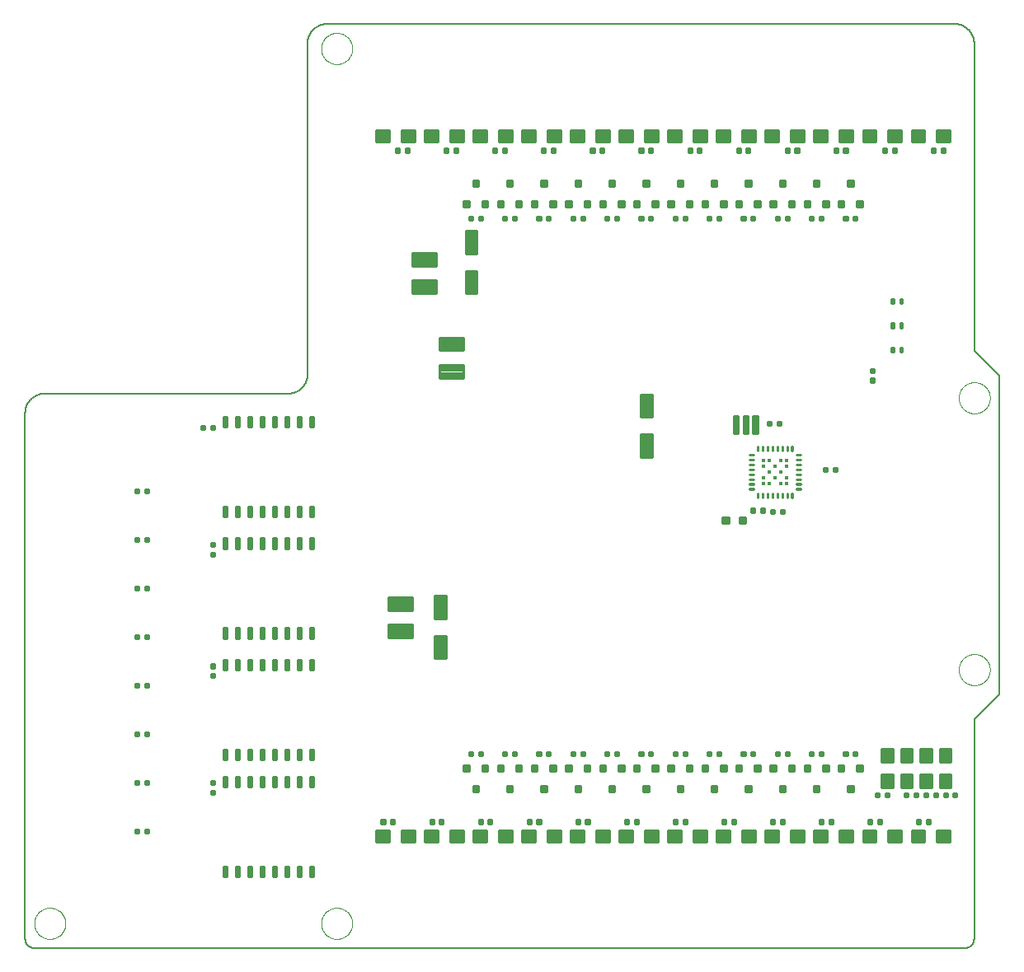
<source format=gtp>
G75*
%MOIN*%
%OFA0B0*%
%FSLAX25Y25*%
%IPPOS*%
%LPD*%
%AMOC8*
5,1,8,0,0,1.08239X$1,22.5*
%
%ADD10C,0.00591*%
%ADD11C,0.00000*%
%ADD12C,0.00992*%
%ADD13C,0.01003*%
%ADD14C,0.01575*%
%ADD15C,0.01800*%
%ADD16C,0.01008*%
%ADD17C,0.01015*%
D10*
X0001500Y0005437D02*
X0001500Y0218035D01*
X0001502Y0218225D01*
X0001509Y0218415D01*
X0001521Y0218605D01*
X0001537Y0218795D01*
X0001557Y0218984D01*
X0001583Y0219173D01*
X0001612Y0219361D01*
X0001647Y0219548D01*
X0001686Y0219734D01*
X0001729Y0219919D01*
X0001777Y0220104D01*
X0001829Y0220287D01*
X0001885Y0220468D01*
X0001946Y0220648D01*
X0002012Y0220827D01*
X0002081Y0221004D01*
X0002155Y0221180D01*
X0002233Y0221353D01*
X0002316Y0221525D01*
X0002402Y0221694D01*
X0002492Y0221862D01*
X0002587Y0222027D01*
X0002685Y0222190D01*
X0002788Y0222350D01*
X0002894Y0222508D01*
X0003004Y0222663D01*
X0003117Y0222816D01*
X0003235Y0222966D01*
X0003356Y0223112D01*
X0003480Y0223256D01*
X0003608Y0223397D01*
X0003739Y0223535D01*
X0003874Y0223670D01*
X0004012Y0223801D01*
X0004153Y0223929D01*
X0004297Y0224053D01*
X0004443Y0224174D01*
X0004593Y0224292D01*
X0004746Y0224405D01*
X0004901Y0224515D01*
X0005059Y0224621D01*
X0005219Y0224724D01*
X0005382Y0224822D01*
X0005547Y0224917D01*
X0005715Y0225007D01*
X0005884Y0225093D01*
X0006056Y0225176D01*
X0006229Y0225254D01*
X0006405Y0225328D01*
X0006582Y0225397D01*
X0006761Y0225463D01*
X0006941Y0225524D01*
X0007122Y0225580D01*
X0007305Y0225632D01*
X0007490Y0225680D01*
X0007675Y0225723D01*
X0007861Y0225762D01*
X0008048Y0225797D01*
X0008236Y0225826D01*
X0008425Y0225852D01*
X0008614Y0225872D01*
X0008804Y0225888D01*
X0008994Y0225900D01*
X0009184Y0225907D01*
X0009374Y0225909D01*
X0107799Y0225909D01*
X0107989Y0225911D01*
X0108179Y0225918D01*
X0108369Y0225930D01*
X0108559Y0225946D01*
X0108748Y0225966D01*
X0108937Y0225992D01*
X0109125Y0226021D01*
X0109312Y0226056D01*
X0109498Y0226095D01*
X0109683Y0226138D01*
X0109868Y0226186D01*
X0110051Y0226238D01*
X0110232Y0226294D01*
X0110412Y0226355D01*
X0110591Y0226421D01*
X0110768Y0226490D01*
X0110944Y0226564D01*
X0111117Y0226642D01*
X0111289Y0226725D01*
X0111458Y0226811D01*
X0111626Y0226901D01*
X0111791Y0226996D01*
X0111954Y0227094D01*
X0112114Y0227197D01*
X0112272Y0227303D01*
X0112427Y0227413D01*
X0112580Y0227526D01*
X0112730Y0227644D01*
X0112876Y0227765D01*
X0113020Y0227889D01*
X0113161Y0228017D01*
X0113299Y0228148D01*
X0113434Y0228283D01*
X0113565Y0228421D01*
X0113693Y0228562D01*
X0113817Y0228706D01*
X0113938Y0228852D01*
X0114056Y0229002D01*
X0114169Y0229155D01*
X0114279Y0229310D01*
X0114385Y0229468D01*
X0114488Y0229628D01*
X0114586Y0229791D01*
X0114681Y0229956D01*
X0114771Y0230124D01*
X0114857Y0230293D01*
X0114940Y0230465D01*
X0115018Y0230638D01*
X0115092Y0230814D01*
X0115161Y0230991D01*
X0115227Y0231170D01*
X0115288Y0231350D01*
X0115344Y0231531D01*
X0115396Y0231714D01*
X0115444Y0231899D01*
X0115487Y0232084D01*
X0115526Y0232270D01*
X0115561Y0232457D01*
X0115590Y0232645D01*
X0115616Y0232834D01*
X0115636Y0233023D01*
X0115652Y0233213D01*
X0115664Y0233403D01*
X0115671Y0233593D01*
X0115673Y0233783D01*
X0115673Y0367642D01*
X0115675Y0367832D01*
X0115682Y0368022D01*
X0115694Y0368212D01*
X0115710Y0368402D01*
X0115730Y0368591D01*
X0115756Y0368780D01*
X0115785Y0368968D01*
X0115820Y0369155D01*
X0115859Y0369341D01*
X0115902Y0369526D01*
X0115950Y0369711D01*
X0116002Y0369894D01*
X0116058Y0370075D01*
X0116119Y0370255D01*
X0116185Y0370434D01*
X0116254Y0370611D01*
X0116328Y0370787D01*
X0116406Y0370960D01*
X0116489Y0371132D01*
X0116575Y0371301D01*
X0116665Y0371469D01*
X0116760Y0371634D01*
X0116858Y0371797D01*
X0116961Y0371957D01*
X0117067Y0372115D01*
X0117177Y0372270D01*
X0117290Y0372423D01*
X0117408Y0372573D01*
X0117529Y0372719D01*
X0117653Y0372863D01*
X0117781Y0373004D01*
X0117912Y0373142D01*
X0118047Y0373277D01*
X0118185Y0373408D01*
X0118326Y0373536D01*
X0118470Y0373660D01*
X0118616Y0373781D01*
X0118766Y0373899D01*
X0118919Y0374012D01*
X0119074Y0374122D01*
X0119232Y0374228D01*
X0119392Y0374331D01*
X0119555Y0374429D01*
X0119720Y0374524D01*
X0119888Y0374614D01*
X0120057Y0374700D01*
X0120229Y0374783D01*
X0120402Y0374861D01*
X0120578Y0374935D01*
X0120755Y0375004D01*
X0120934Y0375070D01*
X0121114Y0375131D01*
X0121295Y0375187D01*
X0121478Y0375239D01*
X0121663Y0375287D01*
X0121848Y0375330D01*
X0122034Y0375369D01*
X0122221Y0375404D01*
X0122409Y0375433D01*
X0122598Y0375459D01*
X0122787Y0375479D01*
X0122977Y0375495D01*
X0123167Y0375507D01*
X0123357Y0375514D01*
X0123547Y0375516D01*
X0377327Y0375516D01*
X0377517Y0375514D01*
X0377707Y0375507D01*
X0377897Y0375495D01*
X0378087Y0375479D01*
X0378276Y0375459D01*
X0378465Y0375433D01*
X0378653Y0375404D01*
X0378840Y0375369D01*
X0379026Y0375330D01*
X0379211Y0375287D01*
X0379396Y0375239D01*
X0379579Y0375187D01*
X0379760Y0375131D01*
X0379940Y0375070D01*
X0380119Y0375004D01*
X0380296Y0374935D01*
X0380472Y0374861D01*
X0380645Y0374783D01*
X0380817Y0374700D01*
X0380986Y0374614D01*
X0381154Y0374524D01*
X0381319Y0374429D01*
X0381482Y0374331D01*
X0381642Y0374228D01*
X0381800Y0374122D01*
X0381955Y0374012D01*
X0382108Y0373899D01*
X0382258Y0373781D01*
X0382404Y0373660D01*
X0382548Y0373536D01*
X0382689Y0373408D01*
X0382827Y0373277D01*
X0382962Y0373142D01*
X0383093Y0373004D01*
X0383221Y0372863D01*
X0383345Y0372719D01*
X0383466Y0372573D01*
X0383584Y0372423D01*
X0383697Y0372270D01*
X0383807Y0372115D01*
X0383913Y0371957D01*
X0384016Y0371797D01*
X0384114Y0371634D01*
X0384209Y0371469D01*
X0384299Y0371301D01*
X0384385Y0371132D01*
X0384468Y0370960D01*
X0384546Y0370787D01*
X0384620Y0370611D01*
X0384689Y0370434D01*
X0384755Y0370255D01*
X0384816Y0370075D01*
X0384872Y0369894D01*
X0384924Y0369711D01*
X0384972Y0369526D01*
X0385015Y0369341D01*
X0385054Y0369155D01*
X0385089Y0368968D01*
X0385118Y0368780D01*
X0385144Y0368591D01*
X0385164Y0368402D01*
X0385180Y0368212D01*
X0385192Y0368022D01*
X0385199Y0367832D01*
X0385201Y0367642D01*
X0385201Y0243177D01*
X0395201Y0233177D01*
X0395201Y0104177D01*
X0385201Y0094177D01*
X0385201Y0005437D01*
X0385199Y0005313D01*
X0385193Y0005190D01*
X0385184Y0005066D01*
X0385170Y0004944D01*
X0385153Y0004821D01*
X0385131Y0004699D01*
X0385106Y0004578D01*
X0385077Y0004458D01*
X0385045Y0004339D01*
X0385008Y0004220D01*
X0384968Y0004103D01*
X0384925Y0003988D01*
X0384877Y0003873D01*
X0384826Y0003761D01*
X0384772Y0003650D01*
X0384714Y0003540D01*
X0384653Y0003433D01*
X0384588Y0003327D01*
X0384520Y0003224D01*
X0384449Y0003123D01*
X0384375Y0003024D01*
X0384298Y0002927D01*
X0384217Y0002833D01*
X0384134Y0002742D01*
X0384048Y0002653D01*
X0383959Y0002567D01*
X0383868Y0002484D01*
X0383774Y0002403D01*
X0383677Y0002326D01*
X0383578Y0002252D01*
X0383477Y0002181D01*
X0383374Y0002113D01*
X0383268Y0002048D01*
X0383161Y0001987D01*
X0383051Y0001929D01*
X0382940Y0001875D01*
X0382828Y0001824D01*
X0382713Y0001776D01*
X0382598Y0001733D01*
X0382481Y0001693D01*
X0382362Y0001656D01*
X0382243Y0001624D01*
X0382123Y0001595D01*
X0382002Y0001570D01*
X0381880Y0001548D01*
X0381757Y0001531D01*
X0381635Y0001517D01*
X0381511Y0001508D01*
X0381388Y0001502D01*
X0381264Y0001500D01*
X0005437Y0001500D01*
X0005313Y0001502D01*
X0005190Y0001508D01*
X0005066Y0001517D01*
X0004944Y0001531D01*
X0004821Y0001548D01*
X0004699Y0001570D01*
X0004578Y0001595D01*
X0004458Y0001624D01*
X0004339Y0001656D01*
X0004220Y0001693D01*
X0004103Y0001733D01*
X0003988Y0001776D01*
X0003873Y0001824D01*
X0003761Y0001875D01*
X0003650Y0001929D01*
X0003540Y0001987D01*
X0003433Y0002048D01*
X0003327Y0002113D01*
X0003224Y0002181D01*
X0003123Y0002252D01*
X0003024Y0002326D01*
X0002927Y0002403D01*
X0002833Y0002484D01*
X0002742Y0002567D01*
X0002653Y0002653D01*
X0002567Y0002742D01*
X0002484Y0002833D01*
X0002403Y0002927D01*
X0002326Y0003024D01*
X0002252Y0003123D01*
X0002181Y0003224D01*
X0002113Y0003327D01*
X0002048Y0003433D01*
X0001987Y0003540D01*
X0001929Y0003650D01*
X0001875Y0003761D01*
X0001824Y0003873D01*
X0001776Y0003988D01*
X0001733Y0004103D01*
X0001693Y0004220D01*
X0001656Y0004339D01*
X0001624Y0004458D01*
X0001595Y0004578D01*
X0001570Y0004699D01*
X0001548Y0004821D01*
X0001531Y0004944D01*
X0001517Y0005066D01*
X0001508Y0005190D01*
X0001502Y0005313D01*
X0001500Y0005437D01*
D11*
X0005201Y0011500D02*
X0005203Y0011658D01*
X0005209Y0011816D01*
X0005219Y0011974D01*
X0005233Y0012132D01*
X0005251Y0012289D01*
X0005272Y0012446D01*
X0005298Y0012602D01*
X0005328Y0012758D01*
X0005361Y0012913D01*
X0005399Y0013066D01*
X0005440Y0013219D01*
X0005485Y0013371D01*
X0005534Y0013522D01*
X0005587Y0013671D01*
X0005643Y0013819D01*
X0005703Y0013965D01*
X0005767Y0014110D01*
X0005835Y0014253D01*
X0005906Y0014395D01*
X0005980Y0014535D01*
X0006058Y0014672D01*
X0006140Y0014808D01*
X0006224Y0014942D01*
X0006313Y0015073D01*
X0006404Y0015202D01*
X0006499Y0015329D01*
X0006596Y0015454D01*
X0006697Y0015576D01*
X0006801Y0015695D01*
X0006908Y0015812D01*
X0007018Y0015926D01*
X0007131Y0016037D01*
X0007246Y0016146D01*
X0007364Y0016251D01*
X0007485Y0016353D01*
X0007608Y0016453D01*
X0007734Y0016549D01*
X0007862Y0016642D01*
X0007992Y0016732D01*
X0008125Y0016818D01*
X0008260Y0016902D01*
X0008396Y0016981D01*
X0008535Y0017058D01*
X0008676Y0017130D01*
X0008818Y0017200D01*
X0008962Y0017265D01*
X0009108Y0017327D01*
X0009255Y0017385D01*
X0009404Y0017440D01*
X0009554Y0017491D01*
X0009705Y0017538D01*
X0009857Y0017581D01*
X0010010Y0017620D01*
X0010165Y0017656D01*
X0010320Y0017687D01*
X0010476Y0017715D01*
X0010632Y0017739D01*
X0010789Y0017759D01*
X0010947Y0017775D01*
X0011104Y0017787D01*
X0011263Y0017795D01*
X0011421Y0017799D01*
X0011579Y0017799D01*
X0011737Y0017795D01*
X0011896Y0017787D01*
X0012053Y0017775D01*
X0012211Y0017759D01*
X0012368Y0017739D01*
X0012524Y0017715D01*
X0012680Y0017687D01*
X0012835Y0017656D01*
X0012990Y0017620D01*
X0013143Y0017581D01*
X0013295Y0017538D01*
X0013446Y0017491D01*
X0013596Y0017440D01*
X0013745Y0017385D01*
X0013892Y0017327D01*
X0014038Y0017265D01*
X0014182Y0017200D01*
X0014324Y0017130D01*
X0014465Y0017058D01*
X0014604Y0016981D01*
X0014740Y0016902D01*
X0014875Y0016818D01*
X0015008Y0016732D01*
X0015138Y0016642D01*
X0015266Y0016549D01*
X0015392Y0016453D01*
X0015515Y0016353D01*
X0015636Y0016251D01*
X0015754Y0016146D01*
X0015869Y0016037D01*
X0015982Y0015926D01*
X0016092Y0015812D01*
X0016199Y0015695D01*
X0016303Y0015576D01*
X0016404Y0015454D01*
X0016501Y0015329D01*
X0016596Y0015202D01*
X0016687Y0015073D01*
X0016776Y0014942D01*
X0016860Y0014808D01*
X0016942Y0014672D01*
X0017020Y0014535D01*
X0017094Y0014395D01*
X0017165Y0014253D01*
X0017233Y0014110D01*
X0017297Y0013965D01*
X0017357Y0013819D01*
X0017413Y0013671D01*
X0017466Y0013522D01*
X0017515Y0013371D01*
X0017560Y0013219D01*
X0017601Y0013066D01*
X0017639Y0012913D01*
X0017672Y0012758D01*
X0017702Y0012602D01*
X0017728Y0012446D01*
X0017749Y0012289D01*
X0017767Y0012132D01*
X0017781Y0011974D01*
X0017791Y0011816D01*
X0017797Y0011658D01*
X0017799Y0011500D01*
X0017797Y0011342D01*
X0017791Y0011184D01*
X0017781Y0011026D01*
X0017767Y0010868D01*
X0017749Y0010711D01*
X0017728Y0010554D01*
X0017702Y0010398D01*
X0017672Y0010242D01*
X0017639Y0010087D01*
X0017601Y0009934D01*
X0017560Y0009781D01*
X0017515Y0009629D01*
X0017466Y0009478D01*
X0017413Y0009329D01*
X0017357Y0009181D01*
X0017297Y0009035D01*
X0017233Y0008890D01*
X0017165Y0008747D01*
X0017094Y0008605D01*
X0017020Y0008465D01*
X0016942Y0008328D01*
X0016860Y0008192D01*
X0016776Y0008058D01*
X0016687Y0007927D01*
X0016596Y0007798D01*
X0016501Y0007671D01*
X0016404Y0007546D01*
X0016303Y0007424D01*
X0016199Y0007305D01*
X0016092Y0007188D01*
X0015982Y0007074D01*
X0015869Y0006963D01*
X0015754Y0006854D01*
X0015636Y0006749D01*
X0015515Y0006647D01*
X0015392Y0006547D01*
X0015266Y0006451D01*
X0015138Y0006358D01*
X0015008Y0006268D01*
X0014875Y0006182D01*
X0014740Y0006098D01*
X0014604Y0006019D01*
X0014465Y0005942D01*
X0014324Y0005870D01*
X0014182Y0005800D01*
X0014038Y0005735D01*
X0013892Y0005673D01*
X0013745Y0005615D01*
X0013596Y0005560D01*
X0013446Y0005509D01*
X0013295Y0005462D01*
X0013143Y0005419D01*
X0012990Y0005380D01*
X0012835Y0005344D01*
X0012680Y0005313D01*
X0012524Y0005285D01*
X0012368Y0005261D01*
X0012211Y0005241D01*
X0012053Y0005225D01*
X0011896Y0005213D01*
X0011737Y0005205D01*
X0011579Y0005201D01*
X0011421Y0005201D01*
X0011263Y0005205D01*
X0011104Y0005213D01*
X0010947Y0005225D01*
X0010789Y0005241D01*
X0010632Y0005261D01*
X0010476Y0005285D01*
X0010320Y0005313D01*
X0010165Y0005344D01*
X0010010Y0005380D01*
X0009857Y0005419D01*
X0009705Y0005462D01*
X0009554Y0005509D01*
X0009404Y0005560D01*
X0009255Y0005615D01*
X0009108Y0005673D01*
X0008962Y0005735D01*
X0008818Y0005800D01*
X0008676Y0005870D01*
X0008535Y0005942D01*
X0008396Y0006019D01*
X0008260Y0006098D01*
X0008125Y0006182D01*
X0007992Y0006268D01*
X0007862Y0006358D01*
X0007734Y0006451D01*
X0007608Y0006547D01*
X0007485Y0006647D01*
X0007364Y0006749D01*
X0007246Y0006854D01*
X0007131Y0006963D01*
X0007018Y0007074D01*
X0006908Y0007188D01*
X0006801Y0007305D01*
X0006697Y0007424D01*
X0006596Y0007546D01*
X0006499Y0007671D01*
X0006404Y0007798D01*
X0006313Y0007927D01*
X0006224Y0008058D01*
X0006140Y0008192D01*
X0006058Y0008328D01*
X0005980Y0008465D01*
X0005906Y0008605D01*
X0005835Y0008747D01*
X0005767Y0008890D01*
X0005703Y0009035D01*
X0005643Y0009181D01*
X0005587Y0009329D01*
X0005534Y0009478D01*
X0005485Y0009629D01*
X0005440Y0009781D01*
X0005399Y0009934D01*
X0005361Y0010087D01*
X0005328Y0010242D01*
X0005298Y0010398D01*
X0005272Y0010554D01*
X0005251Y0010711D01*
X0005233Y0010868D01*
X0005219Y0011026D01*
X0005209Y0011184D01*
X0005203Y0011342D01*
X0005201Y0011500D01*
X0121185Y0011500D02*
X0121187Y0011658D01*
X0121193Y0011816D01*
X0121203Y0011974D01*
X0121217Y0012132D01*
X0121235Y0012289D01*
X0121256Y0012446D01*
X0121282Y0012602D01*
X0121312Y0012758D01*
X0121345Y0012913D01*
X0121383Y0013066D01*
X0121424Y0013219D01*
X0121469Y0013371D01*
X0121518Y0013522D01*
X0121571Y0013671D01*
X0121627Y0013819D01*
X0121687Y0013965D01*
X0121751Y0014110D01*
X0121819Y0014253D01*
X0121890Y0014395D01*
X0121964Y0014535D01*
X0122042Y0014672D01*
X0122124Y0014808D01*
X0122208Y0014942D01*
X0122297Y0015073D01*
X0122388Y0015202D01*
X0122483Y0015329D01*
X0122580Y0015454D01*
X0122681Y0015576D01*
X0122785Y0015695D01*
X0122892Y0015812D01*
X0123002Y0015926D01*
X0123115Y0016037D01*
X0123230Y0016146D01*
X0123348Y0016251D01*
X0123469Y0016353D01*
X0123592Y0016453D01*
X0123718Y0016549D01*
X0123846Y0016642D01*
X0123976Y0016732D01*
X0124109Y0016818D01*
X0124244Y0016902D01*
X0124380Y0016981D01*
X0124519Y0017058D01*
X0124660Y0017130D01*
X0124802Y0017200D01*
X0124946Y0017265D01*
X0125092Y0017327D01*
X0125239Y0017385D01*
X0125388Y0017440D01*
X0125538Y0017491D01*
X0125689Y0017538D01*
X0125841Y0017581D01*
X0125994Y0017620D01*
X0126149Y0017656D01*
X0126304Y0017687D01*
X0126460Y0017715D01*
X0126616Y0017739D01*
X0126773Y0017759D01*
X0126931Y0017775D01*
X0127088Y0017787D01*
X0127247Y0017795D01*
X0127405Y0017799D01*
X0127563Y0017799D01*
X0127721Y0017795D01*
X0127880Y0017787D01*
X0128037Y0017775D01*
X0128195Y0017759D01*
X0128352Y0017739D01*
X0128508Y0017715D01*
X0128664Y0017687D01*
X0128819Y0017656D01*
X0128974Y0017620D01*
X0129127Y0017581D01*
X0129279Y0017538D01*
X0129430Y0017491D01*
X0129580Y0017440D01*
X0129729Y0017385D01*
X0129876Y0017327D01*
X0130022Y0017265D01*
X0130166Y0017200D01*
X0130308Y0017130D01*
X0130449Y0017058D01*
X0130588Y0016981D01*
X0130724Y0016902D01*
X0130859Y0016818D01*
X0130992Y0016732D01*
X0131122Y0016642D01*
X0131250Y0016549D01*
X0131376Y0016453D01*
X0131499Y0016353D01*
X0131620Y0016251D01*
X0131738Y0016146D01*
X0131853Y0016037D01*
X0131966Y0015926D01*
X0132076Y0015812D01*
X0132183Y0015695D01*
X0132287Y0015576D01*
X0132388Y0015454D01*
X0132485Y0015329D01*
X0132580Y0015202D01*
X0132671Y0015073D01*
X0132760Y0014942D01*
X0132844Y0014808D01*
X0132926Y0014672D01*
X0133004Y0014535D01*
X0133078Y0014395D01*
X0133149Y0014253D01*
X0133217Y0014110D01*
X0133281Y0013965D01*
X0133341Y0013819D01*
X0133397Y0013671D01*
X0133450Y0013522D01*
X0133499Y0013371D01*
X0133544Y0013219D01*
X0133585Y0013066D01*
X0133623Y0012913D01*
X0133656Y0012758D01*
X0133686Y0012602D01*
X0133712Y0012446D01*
X0133733Y0012289D01*
X0133751Y0012132D01*
X0133765Y0011974D01*
X0133775Y0011816D01*
X0133781Y0011658D01*
X0133783Y0011500D01*
X0133781Y0011342D01*
X0133775Y0011184D01*
X0133765Y0011026D01*
X0133751Y0010868D01*
X0133733Y0010711D01*
X0133712Y0010554D01*
X0133686Y0010398D01*
X0133656Y0010242D01*
X0133623Y0010087D01*
X0133585Y0009934D01*
X0133544Y0009781D01*
X0133499Y0009629D01*
X0133450Y0009478D01*
X0133397Y0009329D01*
X0133341Y0009181D01*
X0133281Y0009035D01*
X0133217Y0008890D01*
X0133149Y0008747D01*
X0133078Y0008605D01*
X0133004Y0008465D01*
X0132926Y0008328D01*
X0132844Y0008192D01*
X0132760Y0008058D01*
X0132671Y0007927D01*
X0132580Y0007798D01*
X0132485Y0007671D01*
X0132388Y0007546D01*
X0132287Y0007424D01*
X0132183Y0007305D01*
X0132076Y0007188D01*
X0131966Y0007074D01*
X0131853Y0006963D01*
X0131738Y0006854D01*
X0131620Y0006749D01*
X0131499Y0006647D01*
X0131376Y0006547D01*
X0131250Y0006451D01*
X0131122Y0006358D01*
X0130992Y0006268D01*
X0130859Y0006182D01*
X0130724Y0006098D01*
X0130588Y0006019D01*
X0130449Y0005942D01*
X0130308Y0005870D01*
X0130166Y0005800D01*
X0130022Y0005735D01*
X0129876Y0005673D01*
X0129729Y0005615D01*
X0129580Y0005560D01*
X0129430Y0005509D01*
X0129279Y0005462D01*
X0129127Y0005419D01*
X0128974Y0005380D01*
X0128819Y0005344D01*
X0128664Y0005313D01*
X0128508Y0005285D01*
X0128352Y0005261D01*
X0128195Y0005241D01*
X0128037Y0005225D01*
X0127880Y0005213D01*
X0127721Y0005205D01*
X0127563Y0005201D01*
X0127405Y0005201D01*
X0127247Y0005205D01*
X0127088Y0005213D01*
X0126931Y0005225D01*
X0126773Y0005241D01*
X0126616Y0005261D01*
X0126460Y0005285D01*
X0126304Y0005313D01*
X0126149Y0005344D01*
X0125994Y0005380D01*
X0125841Y0005419D01*
X0125689Y0005462D01*
X0125538Y0005509D01*
X0125388Y0005560D01*
X0125239Y0005615D01*
X0125092Y0005673D01*
X0124946Y0005735D01*
X0124802Y0005800D01*
X0124660Y0005870D01*
X0124519Y0005942D01*
X0124380Y0006019D01*
X0124244Y0006098D01*
X0124109Y0006182D01*
X0123976Y0006268D01*
X0123846Y0006358D01*
X0123718Y0006451D01*
X0123592Y0006547D01*
X0123469Y0006647D01*
X0123348Y0006749D01*
X0123230Y0006854D01*
X0123115Y0006963D01*
X0123002Y0007074D01*
X0122892Y0007188D01*
X0122785Y0007305D01*
X0122681Y0007424D01*
X0122580Y0007546D01*
X0122483Y0007671D01*
X0122388Y0007798D01*
X0122297Y0007927D01*
X0122208Y0008058D01*
X0122124Y0008192D01*
X0122042Y0008328D01*
X0121964Y0008465D01*
X0121890Y0008605D01*
X0121819Y0008747D01*
X0121751Y0008890D01*
X0121687Y0009035D01*
X0121627Y0009181D01*
X0121571Y0009329D01*
X0121518Y0009478D01*
X0121469Y0009629D01*
X0121424Y0009781D01*
X0121383Y0009934D01*
X0121345Y0010087D01*
X0121312Y0010242D01*
X0121282Y0010398D01*
X0121256Y0010554D01*
X0121235Y0010711D01*
X0121217Y0010868D01*
X0121203Y0011026D01*
X0121193Y0011184D01*
X0121187Y0011342D01*
X0121185Y0011500D01*
X0378981Y0114177D02*
X0378983Y0114335D01*
X0378989Y0114493D01*
X0378999Y0114651D01*
X0379013Y0114809D01*
X0379031Y0114966D01*
X0379052Y0115123D01*
X0379078Y0115279D01*
X0379108Y0115435D01*
X0379141Y0115590D01*
X0379179Y0115743D01*
X0379220Y0115896D01*
X0379265Y0116048D01*
X0379314Y0116199D01*
X0379367Y0116348D01*
X0379423Y0116496D01*
X0379483Y0116642D01*
X0379547Y0116787D01*
X0379615Y0116930D01*
X0379686Y0117072D01*
X0379760Y0117212D01*
X0379838Y0117349D01*
X0379920Y0117485D01*
X0380004Y0117619D01*
X0380093Y0117750D01*
X0380184Y0117879D01*
X0380279Y0118006D01*
X0380376Y0118131D01*
X0380477Y0118253D01*
X0380581Y0118372D01*
X0380688Y0118489D01*
X0380798Y0118603D01*
X0380911Y0118714D01*
X0381026Y0118823D01*
X0381144Y0118928D01*
X0381265Y0119030D01*
X0381388Y0119130D01*
X0381514Y0119226D01*
X0381642Y0119319D01*
X0381772Y0119409D01*
X0381905Y0119495D01*
X0382040Y0119579D01*
X0382176Y0119658D01*
X0382315Y0119735D01*
X0382456Y0119807D01*
X0382598Y0119877D01*
X0382742Y0119942D01*
X0382888Y0120004D01*
X0383035Y0120062D01*
X0383184Y0120117D01*
X0383334Y0120168D01*
X0383485Y0120215D01*
X0383637Y0120258D01*
X0383790Y0120297D01*
X0383945Y0120333D01*
X0384100Y0120364D01*
X0384256Y0120392D01*
X0384412Y0120416D01*
X0384569Y0120436D01*
X0384727Y0120452D01*
X0384884Y0120464D01*
X0385043Y0120472D01*
X0385201Y0120476D01*
X0385359Y0120476D01*
X0385517Y0120472D01*
X0385676Y0120464D01*
X0385833Y0120452D01*
X0385991Y0120436D01*
X0386148Y0120416D01*
X0386304Y0120392D01*
X0386460Y0120364D01*
X0386615Y0120333D01*
X0386770Y0120297D01*
X0386923Y0120258D01*
X0387075Y0120215D01*
X0387226Y0120168D01*
X0387376Y0120117D01*
X0387525Y0120062D01*
X0387672Y0120004D01*
X0387818Y0119942D01*
X0387962Y0119877D01*
X0388104Y0119807D01*
X0388245Y0119735D01*
X0388384Y0119658D01*
X0388520Y0119579D01*
X0388655Y0119495D01*
X0388788Y0119409D01*
X0388918Y0119319D01*
X0389046Y0119226D01*
X0389172Y0119130D01*
X0389295Y0119030D01*
X0389416Y0118928D01*
X0389534Y0118823D01*
X0389649Y0118714D01*
X0389762Y0118603D01*
X0389872Y0118489D01*
X0389979Y0118372D01*
X0390083Y0118253D01*
X0390184Y0118131D01*
X0390281Y0118006D01*
X0390376Y0117879D01*
X0390467Y0117750D01*
X0390556Y0117619D01*
X0390640Y0117485D01*
X0390722Y0117349D01*
X0390800Y0117212D01*
X0390874Y0117072D01*
X0390945Y0116930D01*
X0391013Y0116787D01*
X0391077Y0116642D01*
X0391137Y0116496D01*
X0391193Y0116348D01*
X0391246Y0116199D01*
X0391295Y0116048D01*
X0391340Y0115896D01*
X0391381Y0115743D01*
X0391419Y0115590D01*
X0391452Y0115435D01*
X0391482Y0115279D01*
X0391508Y0115123D01*
X0391529Y0114966D01*
X0391547Y0114809D01*
X0391561Y0114651D01*
X0391571Y0114493D01*
X0391577Y0114335D01*
X0391579Y0114177D01*
X0391577Y0114019D01*
X0391571Y0113861D01*
X0391561Y0113703D01*
X0391547Y0113545D01*
X0391529Y0113388D01*
X0391508Y0113231D01*
X0391482Y0113075D01*
X0391452Y0112919D01*
X0391419Y0112764D01*
X0391381Y0112611D01*
X0391340Y0112458D01*
X0391295Y0112306D01*
X0391246Y0112155D01*
X0391193Y0112006D01*
X0391137Y0111858D01*
X0391077Y0111712D01*
X0391013Y0111567D01*
X0390945Y0111424D01*
X0390874Y0111282D01*
X0390800Y0111142D01*
X0390722Y0111005D01*
X0390640Y0110869D01*
X0390556Y0110735D01*
X0390467Y0110604D01*
X0390376Y0110475D01*
X0390281Y0110348D01*
X0390184Y0110223D01*
X0390083Y0110101D01*
X0389979Y0109982D01*
X0389872Y0109865D01*
X0389762Y0109751D01*
X0389649Y0109640D01*
X0389534Y0109531D01*
X0389416Y0109426D01*
X0389295Y0109324D01*
X0389172Y0109224D01*
X0389046Y0109128D01*
X0388918Y0109035D01*
X0388788Y0108945D01*
X0388655Y0108859D01*
X0388520Y0108775D01*
X0388384Y0108696D01*
X0388245Y0108619D01*
X0388104Y0108547D01*
X0387962Y0108477D01*
X0387818Y0108412D01*
X0387672Y0108350D01*
X0387525Y0108292D01*
X0387376Y0108237D01*
X0387226Y0108186D01*
X0387075Y0108139D01*
X0386923Y0108096D01*
X0386770Y0108057D01*
X0386615Y0108021D01*
X0386460Y0107990D01*
X0386304Y0107962D01*
X0386148Y0107938D01*
X0385991Y0107918D01*
X0385833Y0107902D01*
X0385676Y0107890D01*
X0385517Y0107882D01*
X0385359Y0107878D01*
X0385201Y0107878D01*
X0385043Y0107882D01*
X0384884Y0107890D01*
X0384727Y0107902D01*
X0384569Y0107918D01*
X0384412Y0107938D01*
X0384256Y0107962D01*
X0384100Y0107990D01*
X0383945Y0108021D01*
X0383790Y0108057D01*
X0383637Y0108096D01*
X0383485Y0108139D01*
X0383334Y0108186D01*
X0383184Y0108237D01*
X0383035Y0108292D01*
X0382888Y0108350D01*
X0382742Y0108412D01*
X0382598Y0108477D01*
X0382456Y0108547D01*
X0382315Y0108619D01*
X0382176Y0108696D01*
X0382040Y0108775D01*
X0381905Y0108859D01*
X0381772Y0108945D01*
X0381642Y0109035D01*
X0381514Y0109128D01*
X0381388Y0109224D01*
X0381265Y0109324D01*
X0381144Y0109426D01*
X0381026Y0109531D01*
X0380911Y0109640D01*
X0380798Y0109751D01*
X0380688Y0109865D01*
X0380581Y0109982D01*
X0380477Y0110101D01*
X0380376Y0110223D01*
X0380279Y0110348D01*
X0380184Y0110475D01*
X0380093Y0110604D01*
X0380004Y0110735D01*
X0379920Y0110869D01*
X0379838Y0111005D01*
X0379760Y0111142D01*
X0379686Y0111282D01*
X0379615Y0111424D01*
X0379547Y0111567D01*
X0379483Y0111712D01*
X0379423Y0111858D01*
X0379367Y0112006D01*
X0379314Y0112155D01*
X0379265Y0112306D01*
X0379220Y0112458D01*
X0379179Y0112611D01*
X0379141Y0112764D01*
X0379108Y0112919D01*
X0379078Y0113075D01*
X0379052Y0113231D01*
X0379031Y0113388D01*
X0379013Y0113545D01*
X0378999Y0113703D01*
X0378989Y0113861D01*
X0378983Y0114019D01*
X0378981Y0114177D01*
X0378981Y0224177D02*
X0378983Y0224335D01*
X0378989Y0224493D01*
X0378999Y0224651D01*
X0379013Y0224809D01*
X0379031Y0224966D01*
X0379052Y0225123D01*
X0379078Y0225279D01*
X0379108Y0225435D01*
X0379141Y0225590D01*
X0379179Y0225743D01*
X0379220Y0225896D01*
X0379265Y0226048D01*
X0379314Y0226199D01*
X0379367Y0226348D01*
X0379423Y0226496D01*
X0379483Y0226642D01*
X0379547Y0226787D01*
X0379615Y0226930D01*
X0379686Y0227072D01*
X0379760Y0227212D01*
X0379838Y0227349D01*
X0379920Y0227485D01*
X0380004Y0227619D01*
X0380093Y0227750D01*
X0380184Y0227879D01*
X0380279Y0228006D01*
X0380376Y0228131D01*
X0380477Y0228253D01*
X0380581Y0228372D01*
X0380688Y0228489D01*
X0380798Y0228603D01*
X0380911Y0228714D01*
X0381026Y0228823D01*
X0381144Y0228928D01*
X0381265Y0229030D01*
X0381388Y0229130D01*
X0381514Y0229226D01*
X0381642Y0229319D01*
X0381772Y0229409D01*
X0381905Y0229495D01*
X0382040Y0229579D01*
X0382176Y0229658D01*
X0382315Y0229735D01*
X0382456Y0229807D01*
X0382598Y0229877D01*
X0382742Y0229942D01*
X0382888Y0230004D01*
X0383035Y0230062D01*
X0383184Y0230117D01*
X0383334Y0230168D01*
X0383485Y0230215D01*
X0383637Y0230258D01*
X0383790Y0230297D01*
X0383945Y0230333D01*
X0384100Y0230364D01*
X0384256Y0230392D01*
X0384412Y0230416D01*
X0384569Y0230436D01*
X0384727Y0230452D01*
X0384884Y0230464D01*
X0385043Y0230472D01*
X0385201Y0230476D01*
X0385359Y0230476D01*
X0385517Y0230472D01*
X0385676Y0230464D01*
X0385833Y0230452D01*
X0385991Y0230436D01*
X0386148Y0230416D01*
X0386304Y0230392D01*
X0386460Y0230364D01*
X0386615Y0230333D01*
X0386770Y0230297D01*
X0386923Y0230258D01*
X0387075Y0230215D01*
X0387226Y0230168D01*
X0387376Y0230117D01*
X0387525Y0230062D01*
X0387672Y0230004D01*
X0387818Y0229942D01*
X0387962Y0229877D01*
X0388104Y0229807D01*
X0388245Y0229735D01*
X0388384Y0229658D01*
X0388520Y0229579D01*
X0388655Y0229495D01*
X0388788Y0229409D01*
X0388918Y0229319D01*
X0389046Y0229226D01*
X0389172Y0229130D01*
X0389295Y0229030D01*
X0389416Y0228928D01*
X0389534Y0228823D01*
X0389649Y0228714D01*
X0389762Y0228603D01*
X0389872Y0228489D01*
X0389979Y0228372D01*
X0390083Y0228253D01*
X0390184Y0228131D01*
X0390281Y0228006D01*
X0390376Y0227879D01*
X0390467Y0227750D01*
X0390556Y0227619D01*
X0390640Y0227485D01*
X0390722Y0227349D01*
X0390800Y0227212D01*
X0390874Y0227072D01*
X0390945Y0226930D01*
X0391013Y0226787D01*
X0391077Y0226642D01*
X0391137Y0226496D01*
X0391193Y0226348D01*
X0391246Y0226199D01*
X0391295Y0226048D01*
X0391340Y0225896D01*
X0391381Y0225743D01*
X0391419Y0225590D01*
X0391452Y0225435D01*
X0391482Y0225279D01*
X0391508Y0225123D01*
X0391529Y0224966D01*
X0391547Y0224809D01*
X0391561Y0224651D01*
X0391571Y0224493D01*
X0391577Y0224335D01*
X0391579Y0224177D01*
X0391577Y0224019D01*
X0391571Y0223861D01*
X0391561Y0223703D01*
X0391547Y0223545D01*
X0391529Y0223388D01*
X0391508Y0223231D01*
X0391482Y0223075D01*
X0391452Y0222919D01*
X0391419Y0222764D01*
X0391381Y0222611D01*
X0391340Y0222458D01*
X0391295Y0222306D01*
X0391246Y0222155D01*
X0391193Y0222006D01*
X0391137Y0221858D01*
X0391077Y0221712D01*
X0391013Y0221567D01*
X0390945Y0221424D01*
X0390874Y0221282D01*
X0390800Y0221142D01*
X0390722Y0221005D01*
X0390640Y0220869D01*
X0390556Y0220735D01*
X0390467Y0220604D01*
X0390376Y0220475D01*
X0390281Y0220348D01*
X0390184Y0220223D01*
X0390083Y0220101D01*
X0389979Y0219982D01*
X0389872Y0219865D01*
X0389762Y0219751D01*
X0389649Y0219640D01*
X0389534Y0219531D01*
X0389416Y0219426D01*
X0389295Y0219324D01*
X0389172Y0219224D01*
X0389046Y0219128D01*
X0388918Y0219035D01*
X0388788Y0218945D01*
X0388655Y0218859D01*
X0388520Y0218775D01*
X0388384Y0218696D01*
X0388245Y0218619D01*
X0388104Y0218547D01*
X0387962Y0218477D01*
X0387818Y0218412D01*
X0387672Y0218350D01*
X0387525Y0218292D01*
X0387376Y0218237D01*
X0387226Y0218186D01*
X0387075Y0218139D01*
X0386923Y0218096D01*
X0386770Y0218057D01*
X0386615Y0218021D01*
X0386460Y0217990D01*
X0386304Y0217962D01*
X0386148Y0217938D01*
X0385991Y0217918D01*
X0385833Y0217902D01*
X0385676Y0217890D01*
X0385517Y0217882D01*
X0385359Y0217878D01*
X0385201Y0217878D01*
X0385043Y0217882D01*
X0384884Y0217890D01*
X0384727Y0217902D01*
X0384569Y0217918D01*
X0384412Y0217938D01*
X0384256Y0217962D01*
X0384100Y0217990D01*
X0383945Y0218021D01*
X0383790Y0218057D01*
X0383637Y0218096D01*
X0383485Y0218139D01*
X0383334Y0218186D01*
X0383184Y0218237D01*
X0383035Y0218292D01*
X0382888Y0218350D01*
X0382742Y0218412D01*
X0382598Y0218477D01*
X0382456Y0218547D01*
X0382315Y0218619D01*
X0382176Y0218696D01*
X0382040Y0218775D01*
X0381905Y0218859D01*
X0381772Y0218945D01*
X0381642Y0219035D01*
X0381514Y0219128D01*
X0381388Y0219224D01*
X0381265Y0219324D01*
X0381144Y0219426D01*
X0381026Y0219531D01*
X0380911Y0219640D01*
X0380798Y0219751D01*
X0380688Y0219865D01*
X0380581Y0219982D01*
X0380477Y0220101D01*
X0380376Y0220223D01*
X0380279Y0220348D01*
X0380184Y0220475D01*
X0380093Y0220604D01*
X0380004Y0220735D01*
X0379920Y0220869D01*
X0379838Y0221005D01*
X0379760Y0221142D01*
X0379686Y0221282D01*
X0379615Y0221424D01*
X0379547Y0221567D01*
X0379483Y0221712D01*
X0379423Y0221858D01*
X0379367Y0222006D01*
X0379314Y0222155D01*
X0379265Y0222306D01*
X0379220Y0222458D01*
X0379179Y0222611D01*
X0379141Y0222764D01*
X0379108Y0222919D01*
X0379078Y0223075D01*
X0379052Y0223231D01*
X0379031Y0223388D01*
X0379013Y0223545D01*
X0378999Y0223703D01*
X0378989Y0223861D01*
X0378983Y0224019D01*
X0378981Y0224177D01*
X0121185Y0365516D02*
X0121187Y0365674D01*
X0121193Y0365832D01*
X0121203Y0365990D01*
X0121217Y0366148D01*
X0121235Y0366305D01*
X0121256Y0366462D01*
X0121282Y0366618D01*
X0121312Y0366774D01*
X0121345Y0366929D01*
X0121383Y0367082D01*
X0121424Y0367235D01*
X0121469Y0367387D01*
X0121518Y0367538D01*
X0121571Y0367687D01*
X0121627Y0367835D01*
X0121687Y0367981D01*
X0121751Y0368126D01*
X0121819Y0368269D01*
X0121890Y0368411D01*
X0121964Y0368551D01*
X0122042Y0368688D01*
X0122124Y0368824D01*
X0122208Y0368958D01*
X0122297Y0369089D01*
X0122388Y0369218D01*
X0122483Y0369345D01*
X0122580Y0369470D01*
X0122681Y0369592D01*
X0122785Y0369711D01*
X0122892Y0369828D01*
X0123002Y0369942D01*
X0123115Y0370053D01*
X0123230Y0370162D01*
X0123348Y0370267D01*
X0123469Y0370369D01*
X0123592Y0370469D01*
X0123718Y0370565D01*
X0123846Y0370658D01*
X0123976Y0370748D01*
X0124109Y0370834D01*
X0124244Y0370918D01*
X0124380Y0370997D01*
X0124519Y0371074D01*
X0124660Y0371146D01*
X0124802Y0371216D01*
X0124946Y0371281D01*
X0125092Y0371343D01*
X0125239Y0371401D01*
X0125388Y0371456D01*
X0125538Y0371507D01*
X0125689Y0371554D01*
X0125841Y0371597D01*
X0125994Y0371636D01*
X0126149Y0371672D01*
X0126304Y0371703D01*
X0126460Y0371731D01*
X0126616Y0371755D01*
X0126773Y0371775D01*
X0126931Y0371791D01*
X0127088Y0371803D01*
X0127247Y0371811D01*
X0127405Y0371815D01*
X0127563Y0371815D01*
X0127721Y0371811D01*
X0127880Y0371803D01*
X0128037Y0371791D01*
X0128195Y0371775D01*
X0128352Y0371755D01*
X0128508Y0371731D01*
X0128664Y0371703D01*
X0128819Y0371672D01*
X0128974Y0371636D01*
X0129127Y0371597D01*
X0129279Y0371554D01*
X0129430Y0371507D01*
X0129580Y0371456D01*
X0129729Y0371401D01*
X0129876Y0371343D01*
X0130022Y0371281D01*
X0130166Y0371216D01*
X0130308Y0371146D01*
X0130449Y0371074D01*
X0130588Y0370997D01*
X0130724Y0370918D01*
X0130859Y0370834D01*
X0130992Y0370748D01*
X0131122Y0370658D01*
X0131250Y0370565D01*
X0131376Y0370469D01*
X0131499Y0370369D01*
X0131620Y0370267D01*
X0131738Y0370162D01*
X0131853Y0370053D01*
X0131966Y0369942D01*
X0132076Y0369828D01*
X0132183Y0369711D01*
X0132287Y0369592D01*
X0132388Y0369470D01*
X0132485Y0369345D01*
X0132580Y0369218D01*
X0132671Y0369089D01*
X0132760Y0368958D01*
X0132844Y0368824D01*
X0132926Y0368688D01*
X0133004Y0368551D01*
X0133078Y0368411D01*
X0133149Y0368269D01*
X0133217Y0368126D01*
X0133281Y0367981D01*
X0133341Y0367835D01*
X0133397Y0367687D01*
X0133450Y0367538D01*
X0133499Y0367387D01*
X0133544Y0367235D01*
X0133585Y0367082D01*
X0133623Y0366929D01*
X0133656Y0366774D01*
X0133686Y0366618D01*
X0133712Y0366462D01*
X0133733Y0366305D01*
X0133751Y0366148D01*
X0133765Y0365990D01*
X0133775Y0365832D01*
X0133781Y0365674D01*
X0133783Y0365516D01*
X0133781Y0365358D01*
X0133775Y0365200D01*
X0133765Y0365042D01*
X0133751Y0364884D01*
X0133733Y0364727D01*
X0133712Y0364570D01*
X0133686Y0364414D01*
X0133656Y0364258D01*
X0133623Y0364103D01*
X0133585Y0363950D01*
X0133544Y0363797D01*
X0133499Y0363645D01*
X0133450Y0363494D01*
X0133397Y0363345D01*
X0133341Y0363197D01*
X0133281Y0363051D01*
X0133217Y0362906D01*
X0133149Y0362763D01*
X0133078Y0362621D01*
X0133004Y0362481D01*
X0132926Y0362344D01*
X0132844Y0362208D01*
X0132760Y0362074D01*
X0132671Y0361943D01*
X0132580Y0361814D01*
X0132485Y0361687D01*
X0132388Y0361562D01*
X0132287Y0361440D01*
X0132183Y0361321D01*
X0132076Y0361204D01*
X0131966Y0361090D01*
X0131853Y0360979D01*
X0131738Y0360870D01*
X0131620Y0360765D01*
X0131499Y0360663D01*
X0131376Y0360563D01*
X0131250Y0360467D01*
X0131122Y0360374D01*
X0130992Y0360284D01*
X0130859Y0360198D01*
X0130724Y0360114D01*
X0130588Y0360035D01*
X0130449Y0359958D01*
X0130308Y0359886D01*
X0130166Y0359816D01*
X0130022Y0359751D01*
X0129876Y0359689D01*
X0129729Y0359631D01*
X0129580Y0359576D01*
X0129430Y0359525D01*
X0129279Y0359478D01*
X0129127Y0359435D01*
X0128974Y0359396D01*
X0128819Y0359360D01*
X0128664Y0359329D01*
X0128508Y0359301D01*
X0128352Y0359277D01*
X0128195Y0359257D01*
X0128037Y0359241D01*
X0127880Y0359229D01*
X0127721Y0359221D01*
X0127563Y0359217D01*
X0127405Y0359217D01*
X0127247Y0359221D01*
X0127088Y0359229D01*
X0126931Y0359241D01*
X0126773Y0359257D01*
X0126616Y0359277D01*
X0126460Y0359301D01*
X0126304Y0359329D01*
X0126149Y0359360D01*
X0125994Y0359396D01*
X0125841Y0359435D01*
X0125689Y0359478D01*
X0125538Y0359525D01*
X0125388Y0359576D01*
X0125239Y0359631D01*
X0125092Y0359689D01*
X0124946Y0359751D01*
X0124802Y0359816D01*
X0124660Y0359886D01*
X0124519Y0359958D01*
X0124380Y0360035D01*
X0124244Y0360114D01*
X0124109Y0360198D01*
X0123976Y0360284D01*
X0123846Y0360374D01*
X0123718Y0360467D01*
X0123592Y0360563D01*
X0123469Y0360663D01*
X0123348Y0360765D01*
X0123230Y0360870D01*
X0123115Y0360979D01*
X0123002Y0361090D01*
X0122892Y0361204D01*
X0122785Y0361321D01*
X0122681Y0361440D01*
X0122580Y0361562D01*
X0122483Y0361687D01*
X0122388Y0361814D01*
X0122297Y0361943D01*
X0122208Y0362074D01*
X0122124Y0362208D01*
X0122042Y0362344D01*
X0121964Y0362481D01*
X0121890Y0362621D01*
X0121819Y0362763D01*
X0121751Y0362906D01*
X0121687Y0363051D01*
X0121627Y0363197D01*
X0121571Y0363345D01*
X0121518Y0363494D01*
X0121469Y0363645D01*
X0121424Y0363797D01*
X0121383Y0363950D01*
X0121345Y0364103D01*
X0121312Y0364258D01*
X0121282Y0364414D01*
X0121256Y0364570D01*
X0121235Y0364727D01*
X0121217Y0364884D01*
X0121203Y0365042D01*
X0121193Y0365200D01*
X0121187Y0365358D01*
X0121185Y0365516D01*
D12*
X0148641Y0332500D02*
X0148641Y0327980D01*
X0143335Y0327980D01*
X0143335Y0332500D01*
X0148641Y0332500D01*
X0148641Y0328971D02*
X0143335Y0328971D01*
X0143335Y0329962D02*
X0148641Y0329962D01*
X0148641Y0330953D02*
X0143335Y0330953D01*
X0143335Y0331944D02*
X0148641Y0331944D01*
X0158877Y0332500D02*
X0158877Y0327980D01*
X0153571Y0327980D01*
X0153571Y0332500D01*
X0158877Y0332500D01*
X0158877Y0328971D02*
X0153571Y0328971D01*
X0153571Y0329962D02*
X0158877Y0329962D01*
X0158877Y0330953D02*
X0153571Y0330953D01*
X0153571Y0331944D02*
X0158877Y0331944D01*
X0168326Y0332500D02*
X0168326Y0327980D01*
X0163020Y0327980D01*
X0163020Y0332500D01*
X0168326Y0332500D01*
X0168326Y0328971D02*
X0163020Y0328971D01*
X0163020Y0329962D02*
X0168326Y0329962D01*
X0168326Y0330953D02*
X0163020Y0330953D01*
X0163020Y0331944D02*
X0168326Y0331944D01*
X0178562Y0332500D02*
X0178562Y0327980D01*
X0173256Y0327980D01*
X0173256Y0332500D01*
X0178562Y0332500D01*
X0178562Y0328971D02*
X0173256Y0328971D01*
X0173256Y0329962D02*
X0178562Y0329962D01*
X0178562Y0330953D02*
X0173256Y0330953D01*
X0173256Y0331944D02*
X0178562Y0331944D01*
X0188011Y0332500D02*
X0188011Y0327980D01*
X0182705Y0327980D01*
X0182705Y0332500D01*
X0188011Y0332500D01*
X0188011Y0328971D02*
X0182705Y0328971D01*
X0182705Y0329962D02*
X0188011Y0329962D01*
X0188011Y0330953D02*
X0182705Y0330953D01*
X0182705Y0331944D02*
X0188011Y0331944D01*
X0198247Y0332500D02*
X0198247Y0327980D01*
X0192941Y0327980D01*
X0192941Y0332500D01*
X0198247Y0332500D01*
X0198247Y0328971D02*
X0192941Y0328971D01*
X0192941Y0329962D02*
X0198247Y0329962D01*
X0198247Y0330953D02*
X0192941Y0330953D01*
X0192941Y0331944D02*
X0198247Y0331944D01*
X0207696Y0332500D02*
X0207696Y0327980D01*
X0202390Y0327980D01*
X0202390Y0332500D01*
X0207696Y0332500D01*
X0207696Y0328971D02*
X0202390Y0328971D01*
X0202390Y0329962D02*
X0207696Y0329962D01*
X0207696Y0330953D02*
X0202390Y0330953D01*
X0202390Y0331944D02*
X0207696Y0331944D01*
X0217933Y0332500D02*
X0217933Y0327980D01*
X0212627Y0327980D01*
X0212627Y0332500D01*
X0217933Y0332500D01*
X0217933Y0328971D02*
X0212627Y0328971D01*
X0212627Y0329962D02*
X0217933Y0329962D01*
X0217933Y0330953D02*
X0212627Y0330953D01*
X0212627Y0331944D02*
X0217933Y0331944D01*
X0227381Y0332500D02*
X0227381Y0327980D01*
X0222075Y0327980D01*
X0222075Y0332500D01*
X0227381Y0332500D01*
X0227381Y0328971D02*
X0222075Y0328971D01*
X0222075Y0329962D02*
X0227381Y0329962D01*
X0227381Y0330953D02*
X0222075Y0330953D01*
X0222075Y0331944D02*
X0227381Y0331944D01*
X0237618Y0332500D02*
X0237618Y0327980D01*
X0232312Y0327980D01*
X0232312Y0332500D01*
X0237618Y0332500D01*
X0237618Y0328971D02*
X0232312Y0328971D01*
X0232312Y0329962D02*
X0237618Y0329962D01*
X0237618Y0330953D02*
X0232312Y0330953D01*
X0232312Y0331944D02*
X0237618Y0331944D01*
X0247066Y0332500D02*
X0247066Y0327980D01*
X0241760Y0327980D01*
X0241760Y0332500D01*
X0247066Y0332500D01*
X0247066Y0328971D02*
X0241760Y0328971D01*
X0241760Y0329962D02*
X0247066Y0329962D01*
X0247066Y0330953D02*
X0241760Y0330953D01*
X0241760Y0331944D02*
X0247066Y0331944D01*
X0257303Y0332500D02*
X0257303Y0327980D01*
X0251997Y0327980D01*
X0251997Y0332500D01*
X0257303Y0332500D01*
X0257303Y0328971D02*
X0251997Y0328971D01*
X0251997Y0329962D02*
X0257303Y0329962D01*
X0257303Y0330953D02*
X0251997Y0330953D01*
X0251997Y0331944D02*
X0257303Y0331944D01*
X0266751Y0332500D02*
X0266751Y0327980D01*
X0261445Y0327980D01*
X0261445Y0332500D01*
X0266751Y0332500D01*
X0266751Y0328971D02*
X0261445Y0328971D01*
X0261445Y0329962D02*
X0266751Y0329962D01*
X0266751Y0330953D02*
X0261445Y0330953D01*
X0261445Y0331944D02*
X0266751Y0331944D01*
X0276988Y0332500D02*
X0276988Y0327980D01*
X0271682Y0327980D01*
X0271682Y0332500D01*
X0276988Y0332500D01*
X0276988Y0328971D02*
X0271682Y0328971D01*
X0271682Y0329962D02*
X0276988Y0329962D01*
X0276988Y0330953D02*
X0271682Y0330953D01*
X0271682Y0331944D02*
X0276988Y0331944D01*
X0286436Y0332500D02*
X0286436Y0327980D01*
X0281130Y0327980D01*
X0281130Y0332500D01*
X0286436Y0332500D01*
X0286436Y0328971D02*
X0281130Y0328971D01*
X0281130Y0329962D02*
X0286436Y0329962D01*
X0286436Y0330953D02*
X0281130Y0330953D01*
X0281130Y0331944D02*
X0286436Y0331944D01*
X0296673Y0332500D02*
X0296673Y0327980D01*
X0291367Y0327980D01*
X0291367Y0332500D01*
X0296673Y0332500D01*
X0296673Y0328971D02*
X0291367Y0328971D01*
X0291367Y0329962D02*
X0296673Y0329962D01*
X0296673Y0330953D02*
X0291367Y0330953D01*
X0291367Y0331944D02*
X0296673Y0331944D01*
X0306122Y0332500D02*
X0306122Y0327980D01*
X0300816Y0327980D01*
X0300816Y0332500D01*
X0306122Y0332500D01*
X0306122Y0328971D02*
X0300816Y0328971D01*
X0300816Y0329962D02*
X0306122Y0329962D01*
X0306122Y0330953D02*
X0300816Y0330953D01*
X0300816Y0331944D02*
X0306122Y0331944D01*
X0316358Y0332500D02*
X0316358Y0327980D01*
X0311052Y0327980D01*
X0311052Y0332500D01*
X0316358Y0332500D01*
X0316358Y0328971D02*
X0311052Y0328971D01*
X0311052Y0329962D02*
X0316358Y0329962D01*
X0316358Y0330953D02*
X0311052Y0330953D01*
X0311052Y0331944D02*
X0316358Y0331944D01*
X0325807Y0332500D02*
X0325807Y0327980D01*
X0320501Y0327980D01*
X0320501Y0332500D01*
X0325807Y0332500D01*
X0325807Y0328971D02*
X0320501Y0328971D01*
X0320501Y0329962D02*
X0325807Y0329962D01*
X0325807Y0330953D02*
X0320501Y0330953D01*
X0320501Y0331944D02*
X0325807Y0331944D01*
X0336043Y0332500D02*
X0336043Y0327980D01*
X0330737Y0327980D01*
X0330737Y0332500D01*
X0336043Y0332500D01*
X0336043Y0328971D02*
X0330737Y0328971D01*
X0330737Y0329962D02*
X0336043Y0329962D01*
X0336043Y0330953D02*
X0330737Y0330953D01*
X0330737Y0331944D02*
X0336043Y0331944D01*
X0345492Y0332500D02*
X0345492Y0327980D01*
X0340186Y0327980D01*
X0340186Y0332500D01*
X0345492Y0332500D01*
X0345492Y0328971D02*
X0340186Y0328971D01*
X0340186Y0329962D02*
X0345492Y0329962D01*
X0345492Y0330953D02*
X0340186Y0330953D01*
X0340186Y0331944D02*
X0345492Y0331944D01*
X0355728Y0332500D02*
X0355728Y0327980D01*
X0350422Y0327980D01*
X0350422Y0332500D01*
X0355728Y0332500D01*
X0355728Y0328971D02*
X0350422Y0328971D01*
X0350422Y0329962D02*
X0355728Y0329962D01*
X0355728Y0330953D02*
X0350422Y0330953D01*
X0350422Y0331944D02*
X0355728Y0331944D01*
X0365177Y0332500D02*
X0365177Y0327980D01*
X0359871Y0327980D01*
X0359871Y0332500D01*
X0365177Y0332500D01*
X0365177Y0328971D02*
X0359871Y0328971D01*
X0359871Y0329962D02*
X0365177Y0329962D01*
X0365177Y0330953D02*
X0359871Y0330953D01*
X0359871Y0331944D02*
X0365177Y0331944D01*
X0375413Y0332500D02*
X0375413Y0327980D01*
X0370107Y0327980D01*
X0370107Y0332500D01*
X0375413Y0332500D01*
X0375413Y0328971D02*
X0370107Y0328971D01*
X0370107Y0329962D02*
X0375413Y0329962D01*
X0375413Y0330953D02*
X0370107Y0330953D01*
X0370107Y0331944D02*
X0375413Y0331944D01*
X0373248Y0325020D02*
X0371878Y0325020D01*
X0373248Y0325020D02*
X0373248Y0323650D01*
X0371878Y0323650D01*
X0371878Y0325020D01*
X0371878Y0324641D02*
X0373248Y0324641D01*
X0369311Y0325020D02*
X0367941Y0325020D01*
X0369311Y0325020D02*
X0369311Y0323650D01*
X0367941Y0323650D01*
X0367941Y0325020D01*
X0367941Y0324641D02*
X0369311Y0324641D01*
X0353563Y0325020D02*
X0352193Y0325020D01*
X0353563Y0325020D02*
X0353563Y0323650D01*
X0352193Y0323650D01*
X0352193Y0325020D01*
X0352193Y0324641D02*
X0353563Y0324641D01*
X0349626Y0325020D02*
X0348256Y0325020D01*
X0349626Y0325020D02*
X0349626Y0323650D01*
X0348256Y0323650D01*
X0348256Y0325020D01*
X0348256Y0324641D02*
X0349626Y0324641D01*
X0333878Y0325020D02*
X0332508Y0325020D01*
X0333878Y0325020D02*
X0333878Y0323650D01*
X0332508Y0323650D01*
X0332508Y0325020D01*
X0332508Y0324641D02*
X0333878Y0324641D01*
X0329941Y0325020D02*
X0328571Y0325020D01*
X0329941Y0325020D02*
X0329941Y0323650D01*
X0328571Y0323650D01*
X0328571Y0325020D01*
X0328571Y0324641D02*
X0329941Y0324641D01*
X0314193Y0325020D02*
X0312823Y0325020D01*
X0314193Y0325020D02*
X0314193Y0323650D01*
X0312823Y0323650D01*
X0312823Y0325020D01*
X0312823Y0324641D02*
X0314193Y0324641D01*
X0310256Y0325020D02*
X0308886Y0325020D01*
X0310256Y0325020D02*
X0310256Y0323650D01*
X0308886Y0323650D01*
X0308886Y0325020D01*
X0308886Y0324641D02*
X0310256Y0324641D01*
X0294508Y0325020D02*
X0293138Y0325020D01*
X0294508Y0325020D02*
X0294508Y0323650D01*
X0293138Y0323650D01*
X0293138Y0325020D01*
X0293138Y0324641D02*
X0294508Y0324641D01*
X0290571Y0325020D02*
X0289201Y0325020D01*
X0290571Y0325020D02*
X0290571Y0323650D01*
X0289201Y0323650D01*
X0289201Y0325020D01*
X0289201Y0324641D02*
X0290571Y0324641D01*
X0274823Y0325020D02*
X0273453Y0325020D01*
X0274823Y0325020D02*
X0274823Y0323650D01*
X0273453Y0323650D01*
X0273453Y0325020D01*
X0273453Y0324641D02*
X0274823Y0324641D01*
X0270886Y0325020D02*
X0269516Y0325020D01*
X0270886Y0325020D02*
X0270886Y0323650D01*
X0269516Y0323650D01*
X0269516Y0325020D01*
X0269516Y0324641D02*
X0270886Y0324641D01*
X0255138Y0325020D02*
X0253768Y0325020D01*
X0255138Y0325020D02*
X0255138Y0323650D01*
X0253768Y0323650D01*
X0253768Y0325020D01*
X0253768Y0324641D02*
X0255138Y0324641D01*
X0251201Y0325020D02*
X0249831Y0325020D01*
X0251201Y0325020D02*
X0251201Y0323650D01*
X0249831Y0323650D01*
X0249831Y0325020D01*
X0249831Y0324641D02*
X0251201Y0324641D01*
X0235453Y0325020D02*
X0234083Y0325020D01*
X0235453Y0325020D02*
X0235453Y0323650D01*
X0234083Y0323650D01*
X0234083Y0325020D01*
X0234083Y0324641D02*
X0235453Y0324641D01*
X0231516Y0325020D02*
X0230146Y0325020D01*
X0231516Y0325020D02*
X0231516Y0323650D01*
X0230146Y0323650D01*
X0230146Y0325020D01*
X0230146Y0324641D02*
X0231516Y0324641D01*
X0215768Y0325020D02*
X0214398Y0325020D01*
X0215768Y0325020D02*
X0215768Y0323650D01*
X0214398Y0323650D01*
X0214398Y0325020D01*
X0214398Y0324641D02*
X0215768Y0324641D01*
X0211831Y0325020D02*
X0210461Y0325020D01*
X0211831Y0325020D02*
X0211831Y0323650D01*
X0210461Y0323650D01*
X0210461Y0325020D01*
X0210461Y0324641D02*
X0211831Y0324641D01*
X0196083Y0325020D02*
X0194713Y0325020D01*
X0196083Y0325020D02*
X0196083Y0323650D01*
X0194713Y0323650D01*
X0194713Y0325020D01*
X0194713Y0324641D02*
X0196083Y0324641D01*
X0192146Y0325020D02*
X0190776Y0325020D01*
X0192146Y0325020D02*
X0192146Y0323650D01*
X0190776Y0323650D01*
X0190776Y0325020D01*
X0190776Y0324641D02*
X0192146Y0324641D01*
X0176398Y0325020D02*
X0175028Y0325020D01*
X0176398Y0325020D02*
X0176398Y0323650D01*
X0175028Y0323650D01*
X0175028Y0325020D01*
X0175028Y0324641D02*
X0176398Y0324641D01*
X0172461Y0325020D02*
X0171091Y0325020D01*
X0172461Y0325020D02*
X0172461Y0323650D01*
X0171091Y0323650D01*
X0171091Y0325020D01*
X0171091Y0324641D02*
X0172461Y0324641D01*
X0156713Y0325020D02*
X0155343Y0325020D01*
X0156713Y0325020D02*
X0156713Y0323650D01*
X0155343Y0323650D01*
X0155343Y0325020D01*
X0155343Y0324641D02*
X0156713Y0324641D01*
X0152776Y0325020D02*
X0151406Y0325020D01*
X0152776Y0325020D02*
X0152776Y0323650D01*
X0151406Y0323650D01*
X0151406Y0325020D01*
X0151406Y0324641D02*
X0152776Y0324641D01*
X0180933Y0297461D02*
X0182303Y0297461D01*
X0182303Y0296091D01*
X0180933Y0296091D01*
X0180933Y0297461D01*
X0180933Y0297082D02*
X0182303Y0297082D01*
X0184870Y0297461D02*
X0186240Y0297461D01*
X0186240Y0296091D01*
X0184870Y0296091D01*
X0184870Y0297461D01*
X0184870Y0297082D02*
X0186240Y0297082D01*
X0179555Y0291752D02*
X0179555Y0282508D01*
X0179555Y0291752D02*
X0184075Y0291752D01*
X0184075Y0282508D01*
X0179555Y0282508D01*
X0179555Y0283499D02*
X0184075Y0283499D01*
X0184075Y0284490D02*
X0179555Y0284490D01*
X0179555Y0285481D02*
X0184075Y0285481D01*
X0184075Y0286472D02*
X0179555Y0286472D01*
X0179555Y0287463D02*
X0184075Y0287463D01*
X0184075Y0288454D02*
X0179555Y0288454D01*
X0179555Y0289445D02*
X0184075Y0289445D01*
X0184075Y0290436D02*
X0179555Y0290436D01*
X0179555Y0291427D02*
X0184075Y0291427D01*
X0194713Y0297461D02*
X0196083Y0297461D01*
X0196083Y0296091D01*
X0194713Y0296091D01*
X0194713Y0297461D01*
X0194713Y0297082D02*
X0196083Y0297082D01*
X0198650Y0297461D02*
X0200020Y0297461D01*
X0200020Y0296091D01*
X0198650Y0296091D01*
X0198650Y0297461D01*
X0198650Y0297082D02*
X0200020Y0297082D01*
X0208492Y0297461D02*
X0209862Y0297461D01*
X0209862Y0296091D01*
X0208492Y0296091D01*
X0208492Y0297461D01*
X0208492Y0297082D02*
X0209862Y0297082D01*
X0212429Y0297461D02*
X0213799Y0297461D01*
X0213799Y0296091D01*
X0212429Y0296091D01*
X0212429Y0297461D01*
X0212429Y0297082D02*
X0213799Y0297082D01*
X0222272Y0297461D02*
X0223642Y0297461D01*
X0223642Y0296091D01*
X0222272Y0296091D01*
X0222272Y0297461D01*
X0222272Y0297082D02*
X0223642Y0297082D01*
X0226209Y0297461D02*
X0227579Y0297461D01*
X0227579Y0296091D01*
X0226209Y0296091D01*
X0226209Y0297461D01*
X0226209Y0297082D02*
X0227579Y0297082D01*
X0236051Y0297461D02*
X0237421Y0297461D01*
X0237421Y0296091D01*
X0236051Y0296091D01*
X0236051Y0297461D01*
X0236051Y0297082D02*
X0237421Y0297082D01*
X0239988Y0297461D02*
X0241358Y0297461D01*
X0241358Y0296091D01*
X0239988Y0296091D01*
X0239988Y0297461D01*
X0239988Y0297082D02*
X0241358Y0297082D01*
X0249831Y0297461D02*
X0251201Y0297461D01*
X0251201Y0296091D01*
X0249831Y0296091D01*
X0249831Y0297461D01*
X0249831Y0297082D02*
X0251201Y0297082D01*
X0253768Y0297461D02*
X0255138Y0297461D01*
X0255138Y0296091D01*
X0253768Y0296091D01*
X0253768Y0297461D01*
X0253768Y0297082D02*
X0255138Y0297082D01*
X0263610Y0297461D02*
X0264980Y0297461D01*
X0264980Y0296091D01*
X0263610Y0296091D01*
X0263610Y0297461D01*
X0263610Y0297082D02*
X0264980Y0297082D01*
X0267547Y0297461D02*
X0268917Y0297461D01*
X0268917Y0296091D01*
X0267547Y0296091D01*
X0267547Y0297461D01*
X0267547Y0297082D02*
X0268917Y0297082D01*
X0277390Y0297461D02*
X0278760Y0297461D01*
X0278760Y0296091D01*
X0277390Y0296091D01*
X0277390Y0297461D01*
X0277390Y0297082D02*
X0278760Y0297082D01*
X0281327Y0297461D02*
X0282697Y0297461D01*
X0282697Y0296091D01*
X0281327Y0296091D01*
X0281327Y0297461D01*
X0281327Y0297082D02*
X0282697Y0297082D01*
X0291169Y0297461D02*
X0292539Y0297461D01*
X0292539Y0296091D01*
X0291169Y0296091D01*
X0291169Y0297461D01*
X0291169Y0297082D02*
X0292539Y0297082D01*
X0295106Y0297461D02*
X0296476Y0297461D01*
X0296476Y0296091D01*
X0295106Y0296091D01*
X0295106Y0297461D01*
X0295106Y0297082D02*
X0296476Y0297082D01*
X0304949Y0297461D02*
X0306319Y0297461D01*
X0306319Y0296091D01*
X0304949Y0296091D01*
X0304949Y0297461D01*
X0304949Y0297082D02*
X0306319Y0297082D01*
X0308886Y0297461D02*
X0310256Y0297461D01*
X0310256Y0296091D01*
X0308886Y0296091D01*
X0308886Y0297461D01*
X0308886Y0297082D02*
X0310256Y0297082D01*
X0318728Y0297461D02*
X0320098Y0297461D01*
X0320098Y0296091D01*
X0318728Y0296091D01*
X0318728Y0297461D01*
X0318728Y0297082D02*
X0320098Y0297082D01*
X0322665Y0297461D02*
X0324035Y0297461D01*
X0324035Y0296091D01*
X0322665Y0296091D01*
X0322665Y0297461D01*
X0322665Y0297082D02*
X0324035Y0297082D01*
X0332508Y0297461D02*
X0333878Y0297461D01*
X0333878Y0296091D01*
X0332508Y0296091D01*
X0332508Y0297461D01*
X0332508Y0297082D02*
X0333878Y0297082D01*
X0336445Y0297461D02*
X0337815Y0297461D01*
X0337815Y0296091D01*
X0336445Y0296091D01*
X0336445Y0297461D01*
X0336445Y0297082D02*
X0337815Y0297082D01*
X0344705Y0235945D02*
X0344705Y0234575D01*
X0343335Y0234575D01*
X0343335Y0235945D01*
X0344705Y0235945D01*
X0344705Y0235566D02*
X0343335Y0235566D01*
X0344705Y0232008D02*
X0344705Y0230638D01*
X0343335Y0230638D01*
X0343335Y0232008D01*
X0344705Y0232008D01*
X0344705Y0231629D02*
X0343335Y0231629D01*
X0307020Y0214555D02*
X0305650Y0214555D01*
X0307020Y0214555D02*
X0307020Y0213185D01*
X0305650Y0213185D01*
X0305650Y0214555D01*
X0305650Y0214176D02*
X0307020Y0214176D01*
X0303083Y0214555D02*
X0301713Y0214555D01*
X0303083Y0214555D02*
X0303083Y0213185D01*
X0301713Y0213185D01*
X0301713Y0214555D01*
X0301713Y0214176D02*
X0303083Y0214176D01*
X0295831Y0216858D02*
X0295831Y0209976D01*
X0295831Y0216858D02*
X0297595Y0216858D01*
X0297595Y0209976D01*
X0295831Y0209976D01*
X0295831Y0210967D02*
X0297595Y0210967D01*
X0297595Y0211958D02*
X0295831Y0211958D01*
X0295831Y0212949D02*
X0297595Y0212949D01*
X0297595Y0213940D02*
X0295831Y0213940D01*
X0295831Y0214931D02*
X0297595Y0214931D01*
X0297595Y0215922D02*
X0295831Y0215922D01*
X0291894Y0216858D02*
X0291894Y0209976D01*
X0291894Y0216858D02*
X0293658Y0216858D01*
X0293658Y0209976D01*
X0291894Y0209976D01*
X0291894Y0210967D02*
X0293658Y0210967D01*
X0293658Y0211958D02*
X0291894Y0211958D01*
X0291894Y0212949D02*
X0293658Y0212949D01*
X0293658Y0213940D02*
X0291894Y0213940D01*
X0291894Y0214931D02*
X0293658Y0214931D01*
X0293658Y0215922D02*
X0291894Y0215922D01*
X0287957Y0216858D02*
X0287957Y0209976D01*
X0287957Y0216858D02*
X0289721Y0216858D01*
X0289721Y0209976D01*
X0287957Y0209976D01*
X0287957Y0210967D02*
X0289721Y0210967D01*
X0289721Y0211958D02*
X0287957Y0211958D01*
X0287957Y0212949D02*
X0289721Y0212949D01*
X0289721Y0213940D02*
X0287957Y0213940D01*
X0287957Y0214931D02*
X0289721Y0214931D01*
X0289721Y0215922D02*
X0287957Y0215922D01*
X0250421Y0216366D02*
X0250421Y0225610D01*
X0254941Y0225610D01*
X0254941Y0216366D01*
X0250421Y0216366D01*
X0250421Y0217357D02*
X0254941Y0217357D01*
X0254941Y0218348D02*
X0250421Y0218348D01*
X0250421Y0219339D02*
X0254941Y0219339D01*
X0254941Y0220330D02*
X0250421Y0220330D01*
X0250421Y0221321D02*
X0254941Y0221321D01*
X0254941Y0222312D02*
X0250421Y0222312D01*
X0250421Y0223303D02*
X0254941Y0223303D01*
X0254941Y0224294D02*
X0250421Y0224294D01*
X0250421Y0225285D02*
X0254941Y0225285D01*
X0250421Y0209468D02*
X0250421Y0200224D01*
X0250421Y0209468D02*
X0254941Y0209468D01*
X0254941Y0200224D01*
X0250421Y0200224D01*
X0250421Y0201215D02*
X0254941Y0201215D01*
X0254941Y0202206D02*
X0250421Y0202206D01*
X0250421Y0203197D02*
X0254941Y0203197D01*
X0254941Y0204188D02*
X0250421Y0204188D01*
X0250421Y0205179D02*
X0254941Y0205179D01*
X0254941Y0206170D02*
X0250421Y0206170D01*
X0250421Y0207161D02*
X0254941Y0207161D01*
X0254941Y0208152D02*
X0250421Y0208152D01*
X0250421Y0209143D02*
X0254941Y0209143D01*
X0295106Y0177980D02*
X0296476Y0177980D01*
X0295106Y0177980D02*
X0295106Y0179350D01*
X0296476Y0179350D01*
X0296476Y0177980D01*
X0296476Y0178971D02*
X0295106Y0178971D01*
X0299043Y0177980D02*
X0300413Y0177980D01*
X0299043Y0177980D02*
X0299043Y0179350D01*
X0300413Y0179350D01*
X0300413Y0177980D01*
X0300413Y0178971D02*
X0299043Y0178971D01*
X0302980Y0178957D02*
X0304350Y0178957D01*
X0304350Y0177587D01*
X0302980Y0177587D01*
X0302980Y0178957D01*
X0302980Y0178578D02*
X0304350Y0178578D01*
X0306917Y0178957D02*
X0308287Y0178957D01*
X0308287Y0177587D01*
X0306917Y0177587D01*
X0306917Y0178957D01*
X0306917Y0178578D02*
X0308287Y0178578D01*
X0324437Y0194516D02*
X0325807Y0194516D01*
X0324437Y0194516D02*
X0324437Y0195886D01*
X0325807Y0195886D01*
X0325807Y0194516D01*
X0325807Y0195507D02*
X0324437Y0195507D01*
X0328374Y0194516D02*
X0329744Y0194516D01*
X0328374Y0194516D02*
X0328374Y0195886D01*
X0329744Y0195886D01*
X0329744Y0194516D01*
X0329744Y0195507D02*
X0328374Y0195507D01*
X0332508Y0079555D02*
X0333878Y0079555D01*
X0332508Y0079555D02*
X0332508Y0080925D01*
X0333878Y0080925D01*
X0333878Y0079555D01*
X0333878Y0080546D02*
X0332508Y0080546D01*
X0336445Y0079555D02*
X0337815Y0079555D01*
X0336445Y0079555D02*
X0336445Y0080925D01*
X0337815Y0080925D01*
X0337815Y0079555D01*
X0337815Y0080546D02*
X0336445Y0080546D01*
X0324035Y0079555D02*
X0322665Y0079555D01*
X0322665Y0080925D01*
X0324035Y0080925D01*
X0324035Y0079555D01*
X0324035Y0080546D02*
X0322665Y0080546D01*
X0320098Y0079555D02*
X0318728Y0079555D01*
X0318728Y0080925D01*
X0320098Y0080925D01*
X0320098Y0079555D01*
X0320098Y0080546D02*
X0318728Y0080546D01*
X0310256Y0079555D02*
X0308886Y0079555D01*
X0308886Y0080925D01*
X0310256Y0080925D01*
X0310256Y0079555D01*
X0310256Y0080546D02*
X0308886Y0080546D01*
X0306319Y0079555D02*
X0304949Y0079555D01*
X0304949Y0080925D01*
X0306319Y0080925D01*
X0306319Y0079555D01*
X0306319Y0080546D02*
X0304949Y0080546D01*
X0296476Y0079555D02*
X0295106Y0079555D01*
X0295106Y0080925D01*
X0296476Y0080925D01*
X0296476Y0079555D01*
X0296476Y0080546D02*
X0295106Y0080546D01*
X0292539Y0079555D02*
X0291169Y0079555D01*
X0291169Y0080925D01*
X0292539Y0080925D01*
X0292539Y0079555D01*
X0292539Y0080546D02*
X0291169Y0080546D01*
X0282697Y0079555D02*
X0281327Y0079555D01*
X0281327Y0080925D01*
X0282697Y0080925D01*
X0282697Y0079555D01*
X0282697Y0080546D02*
X0281327Y0080546D01*
X0278760Y0079555D02*
X0277390Y0079555D01*
X0277390Y0080925D01*
X0278760Y0080925D01*
X0278760Y0079555D01*
X0278760Y0080546D02*
X0277390Y0080546D01*
X0268917Y0079555D02*
X0267547Y0079555D01*
X0267547Y0080925D01*
X0268917Y0080925D01*
X0268917Y0079555D01*
X0268917Y0080546D02*
X0267547Y0080546D01*
X0264980Y0079555D02*
X0263610Y0079555D01*
X0263610Y0080925D01*
X0264980Y0080925D01*
X0264980Y0079555D01*
X0264980Y0080546D02*
X0263610Y0080546D01*
X0255138Y0079555D02*
X0253768Y0079555D01*
X0253768Y0080925D01*
X0255138Y0080925D01*
X0255138Y0079555D01*
X0255138Y0080546D02*
X0253768Y0080546D01*
X0251201Y0079555D02*
X0249831Y0079555D01*
X0249831Y0080925D01*
X0251201Y0080925D01*
X0251201Y0079555D01*
X0251201Y0080546D02*
X0249831Y0080546D01*
X0241358Y0079555D02*
X0239988Y0079555D01*
X0239988Y0080925D01*
X0241358Y0080925D01*
X0241358Y0079555D01*
X0241358Y0080546D02*
X0239988Y0080546D01*
X0237421Y0079555D02*
X0236051Y0079555D01*
X0236051Y0080925D01*
X0237421Y0080925D01*
X0237421Y0079555D01*
X0237421Y0080546D02*
X0236051Y0080546D01*
X0227579Y0079555D02*
X0226209Y0079555D01*
X0226209Y0080925D01*
X0227579Y0080925D01*
X0227579Y0079555D01*
X0227579Y0080546D02*
X0226209Y0080546D01*
X0223642Y0079555D02*
X0222272Y0079555D01*
X0222272Y0080925D01*
X0223642Y0080925D01*
X0223642Y0079555D01*
X0223642Y0080546D02*
X0222272Y0080546D01*
X0213799Y0079555D02*
X0212429Y0079555D01*
X0212429Y0080925D01*
X0213799Y0080925D01*
X0213799Y0079555D01*
X0213799Y0080546D02*
X0212429Y0080546D01*
X0209862Y0079555D02*
X0208492Y0079555D01*
X0208492Y0080925D01*
X0209862Y0080925D01*
X0209862Y0079555D01*
X0209862Y0080546D02*
X0208492Y0080546D01*
X0200020Y0079555D02*
X0198650Y0079555D01*
X0198650Y0080925D01*
X0200020Y0080925D01*
X0200020Y0079555D01*
X0200020Y0080546D02*
X0198650Y0080546D01*
X0196083Y0079555D02*
X0194713Y0079555D01*
X0194713Y0080925D01*
X0196083Y0080925D01*
X0196083Y0079555D01*
X0196083Y0080546D02*
X0194713Y0080546D01*
X0186240Y0079555D02*
X0184870Y0079555D01*
X0184870Y0080925D01*
X0186240Y0080925D01*
X0186240Y0079555D01*
X0186240Y0080546D02*
X0184870Y0080546D01*
X0182303Y0079555D02*
X0180933Y0079555D01*
X0180933Y0080925D01*
X0182303Y0080925D01*
X0182303Y0079555D01*
X0182303Y0080546D02*
X0180933Y0080546D01*
X0184870Y0051996D02*
X0186240Y0051996D01*
X0184870Y0051996D02*
X0184870Y0053366D01*
X0186240Y0053366D01*
X0186240Y0051996D01*
X0186240Y0052987D02*
X0184870Y0052987D01*
X0188807Y0051996D02*
X0190177Y0051996D01*
X0188807Y0051996D02*
X0188807Y0053366D01*
X0190177Y0053366D01*
X0190177Y0051996D01*
X0190177Y0052987D02*
X0188807Y0052987D01*
X0182705Y0049036D02*
X0182705Y0044516D01*
X0182705Y0049036D02*
X0188011Y0049036D01*
X0188011Y0044516D01*
X0182705Y0044516D01*
X0182705Y0045507D02*
X0188011Y0045507D01*
X0188011Y0046498D02*
X0182705Y0046498D01*
X0182705Y0047489D02*
X0188011Y0047489D01*
X0188011Y0048480D02*
X0182705Y0048480D01*
X0173256Y0049036D02*
X0173256Y0044516D01*
X0173256Y0049036D02*
X0178562Y0049036D01*
X0178562Y0044516D01*
X0173256Y0044516D01*
X0173256Y0045507D02*
X0178562Y0045507D01*
X0178562Y0046498D02*
X0173256Y0046498D01*
X0173256Y0047489D02*
X0178562Y0047489D01*
X0178562Y0048480D02*
X0173256Y0048480D01*
X0170492Y0051996D02*
X0169122Y0051996D01*
X0169122Y0053366D01*
X0170492Y0053366D01*
X0170492Y0051996D01*
X0170492Y0052987D02*
X0169122Y0052987D01*
X0166555Y0051996D02*
X0165185Y0051996D01*
X0165185Y0053366D01*
X0166555Y0053366D01*
X0166555Y0051996D01*
X0166555Y0052987D02*
X0165185Y0052987D01*
X0163020Y0049036D02*
X0163020Y0044516D01*
X0163020Y0049036D02*
X0168326Y0049036D01*
X0168326Y0044516D01*
X0163020Y0044516D01*
X0163020Y0045507D02*
X0168326Y0045507D01*
X0168326Y0046498D02*
X0163020Y0046498D01*
X0163020Y0047489D02*
X0168326Y0047489D01*
X0168326Y0048480D02*
X0163020Y0048480D01*
X0153571Y0049036D02*
X0153571Y0044516D01*
X0153571Y0049036D02*
X0158877Y0049036D01*
X0158877Y0044516D01*
X0153571Y0044516D01*
X0153571Y0045507D02*
X0158877Y0045507D01*
X0158877Y0046498D02*
X0153571Y0046498D01*
X0153571Y0047489D02*
X0158877Y0047489D01*
X0158877Y0048480D02*
X0153571Y0048480D01*
X0150807Y0051996D02*
X0149437Y0051996D01*
X0149437Y0053366D01*
X0150807Y0053366D01*
X0150807Y0051996D01*
X0150807Y0052987D02*
X0149437Y0052987D01*
X0146870Y0051996D02*
X0145500Y0051996D01*
X0145500Y0053366D01*
X0146870Y0053366D01*
X0146870Y0051996D01*
X0146870Y0052987D02*
X0145500Y0052987D01*
X0143335Y0049036D02*
X0143335Y0044516D01*
X0143335Y0049036D02*
X0148641Y0049036D01*
X0148641Y0044516D01*
X0143335Y0044516D01*
X0143335Y0045507D02*
X0148641Y0045507D01*
X0148641Y0046498D02*
X0143335Y0046498D01*
X0143335Y0047489D02*
X0148641Y0047489D01*
X0148641Y0048480D02*
X0143335Y0048480D01*
X0118110Y0030539D02*
X0116740Y0030539D01*
X0116740Y0034665D01*
X0118110Y0034665D01*
X0118110Y0030539D01*
X0118110Y0031530D02*
X0116740Y0031530D01*
X0116740Y0032521D02*
X0118110Y0032521D01*
X0118110Y0033512D02*
X0116740Y0033512D01*
X0116740Y0034503D02*
X0118110Y0034503D01*
X0113110Y0030539D02*
X0111740Y0030539D01*
X0111740Y0034665D01*
X0113110Y0034665D01*
X0113110Y0030539D01*
X0113110Y0031530D02*
X0111740Y0031530D01*
X0111740Y0032521D02*
X0113110Y0032521D01*
X0113110Y0033512D02*
X0111740Y0033512D01*
X0111740Y0034503D02*
X0113110Y0034503D01*
X0108110Y0030539D02*
X0106740Y0030539D01*
X0106740Y0034665D01*
X0108110Y0034665D01*
X0108110Y0030539D01*
X0108110Y0031530D02*
X0106740Y0031530D01*
X0106740Y0032521D02*
X0108110Y0032521D01*
X0108110Y0033512D02*
X0106740Y0033512D01*
X0106740Y0034503D02*
X0108110Y0034503D01*
X0103110Y0030539D02*
X0101740Y0030539D01*
X0101740Y0034665D01*
X0103110Y0034665D01*
X0103110Y0030539D01*
X0103110Y0031530D02*
X0101740Y0031530D01*
X0101740Y0032521D02*
X0103110Y0032521D01*
X0103110Y0033512D02*
X0101740Y0033512D01*
X0101740Y0034503D02*
X0103110Y0034503D01*
X0098110Y0030539D02*
X0096740Y0030539D01*
X0096740Y0034665D01*
X0098110Y0034665D01*
X0098110Y0030539D01*
X0098110Y0031530D02*
X0096740Y0031530D01*
X0096740Y0032521D02*
X0098110Y0032521D01*
X0098110Y0033512D02*
X0096740Y0033512D01*
X0096740Y0034503D02*
X0098110Y0034503D01*
X0093110Y0030539D02*
X0091740Y0030539D01*
X0091740Y0034665D01*
X0093110Y0034665D01*
X0093110Y0030539D01*
X0093110Y0031530D02*
X0091740Y0031530D01*
X0091740Y0032521D02*
X0093110Y0032521D01*
X0093110Y0033512D02*
X0091740Y0033512D01*
X0091740Y0034503D02*
X0093110Y0034503D01*
X0088110Y0030539D02*
X0086740Y0030539D01*
X0086740Y0034665D01*
X0088110Y0034665D01*
X0088110Y0030539D01*
X0088110Y0031530D02*
X0086740Y0031530D01*
X0086740Y0032521D02*
X0088110Y0032521D01*
X0088110Y0033512D02*
X0086740Y0033512D01*
X0086740Y0034503D02*
X0088110Y0034503D01*
X0083110Y0030539D02*
X0081740Y0030539D01*
X0081740Y0034665D01*
X0083110Y0034665D01*
X0083110Y0030539D01*
X0083110Y0031530D02*
X0081740Y0031530D01*
X0081740Y0032521D02*
X0083110Y0032521D01*
X0083110Y0033512D02*
X0081740Y0033512D01*
X0081740Y0034503D02*
X0083110Y0034503D01*
X0076602Y0063807D02*
X0076602Y0065177D01*
X0077972Y0065177D01*
X0077972Y0063807D01*
X0076602Y0063807D01*
X0076602Y0064798D02*
X0077972Y0064798D01*
X0076602Y0067744D02*
X0076602Y0069114D01*
X0077972Y0069114D01*
X0077972Y0067744D01*
X0076602Y0067744D01*
X0076602Y0068735D02*
X0077972Y0068735D01*
X0081740Y0066760D02*
X0083110Y0066760D01*
X0081740Y0066760D02*
X0081740Y0070886D01*
X0083110Y0070886D01*
X0083110Y0066760D01*
X0083110Y0067751D02*
X0081740Y0067751D01*
X0081740Y0068742D02*
X0083110Y0068742D01*
X0083110Y0069733D02*
X0081740Y0069733D01*
X0081740Y0070724D02*
X0083110Y0070724D01*
X0086740Y0066760D02*
X0088110Y0066760D01*
X0086740Y0066760D02*
X0086740Y0070886D01*
X0088110Y0070886D01*
X0088110Y0066760D01*
X0088110Y0067751D02*
X0086740Y0067751D01*
X0086740Y0068742D02*
X0088110Y0068742D01*
X0088110Y0069733D02*
X0086740Y0069733D01*
X0086740Y0070724D02*
X0088110Y0070724D01*
X0091740Y0066760D02*
X0093110Y0066760D01*
X0091740Y0066760D02*
X0091740Y0070886D01*
X0093110Y0070886D01*
X0093110Y0066760D01*
X0093110Y0067751D02*
X0091740Y0067751D01*
X0091740Y0068742D02*
X0093110Y0068742D01*
X0093110Y0069733D02*
X0091740Y0069733D01*
X0091740Y0070724D02*
X0093110Y0070724D01*
X0096740Y0066760D02*
X0098110Y0066760D01*
X0096740Y0066760D02*
X0096740Y0070886D01*
X0098110Y0070886D01*
X0098110Y0066760D01*
X0098110Y0067751D02*
X0096740Y0067751D01*
X0096740Y0068742D02*
X0098110Y0068742D01*
X0098110Y0069733D02*
X0096740Y0069733D01*
X0096740Y0070724D02*
X0098110Y0070724D01*
X0101740Y0066760D02*
X0103110Y0066760D01*
X0101740Y0066760D02*
X0101740Y0070886D01*
X0103110Y0070886D01*
X0103110Y0066760D01*
X0103110Y0067751D02*
X0101740Y0067751D01*
X0101740Y0068742D02*
X0103110Y0068742D01*
X0103110Y0069733D02*
X0101740Y0069733D01*
X0101740Y0070724D02*
X0103110Y0070724D01*
X0106740Y0066760D02*
X0108110Y0066760D01*
X0106740Y0066760D02*
X0106740Y0070886D01*
X0108110Y0070886D01*
X0108110Y0066760D01*
X0108110Y0067751D02*
X0106740Y0067751D01*
X0106740Y0068742D02*
X0108110Y0068742D01*
X0108110Y0069733D02*
X0106740Y0069733D01*
X0106740Y0070724D02*
X0108110Y0070724D01*
X0111740Y0066760D02*
X0113110Y0066760D01*
X0111740Y0066760D02*
X0111740Y0070886D01*
X0113110Y0070886D01*
X0113110Y0066760D01*
X0113110Y0067751D02*
X0111740Y0067751D01*
X0111740Y0068742D02*
X0113110Y0068742D01*
X0113110Y0069733D02*
X0111740Y0069733D01*
X0111740Y0070724D02*
X0113110Y0070724D01*
X0116740Y0066760D02*
X0118110Y0066760D01*
X0116740Y0066760D02*
X0116740Y0070886D01*
X0118110Y0070886D01*
X0118110Y0066760D01*
X0118110Y0067751D02*
X0116740Y0067751D01*
X0116740Y0068742D02*
X0118110Y0068742D01*
X0118110Y0069733D02*
X0116740Y0069733D01*
X0116740Y0070724D02*
X0118110Y0070724D01*
X0118110Y0077783D02*
X0116740Y0077783D01*
X0116740Y0081909D01*
X0118110Y0081909D01*
X0118110Y0077783D01*
X0118110Y0078774D02*
X0116740Y0078774D01*
X0116740Y0079765D02*
X0118110Y0079765D01*
X0118110Y0080756D02*
X0116740Y0080756D01*
X0116740Y0081747D02*
X0118110Y0081747D01*
X0113110Y0077783D02*
X0111740Y0077783D01*
X0111740Y0081909D01*
X0113110Y0081909D01*
X0113110Y0077783D01*
X0113110Y0078774D02*
X0111740Y0078774D01*
X0111740Y0079765D02*
X0113110Y0079765D01*
X0113110Y0080756D02*
X0111740Y0080756D01*
X0111740Y0081747D02*
X0113110Y0081747D01*
X0108110Y0077783D02*
X0106740Y0077783D01*
X0106740Y0081909D01*
X0108110Y0081909D01*
X0108110Y0077783D01*
X0108110Y0078774D02*
X0106740Y0078774D01*
X0106740Y0079765D02*
X0108110Y0079765D01*
X0108110Y0080756D02*
X0106740Y0080756D01*
X0106740Y0081747D02*
X0108110Y0081747D01*
X0103110Y0077783D02*
X0101740Y0077783D01*
X0101740Y0081909D01*
X0103110Y0081909D01*
X0103110Y0077783D01*
X0103110Y0078774D02*
X0101740Y0078774D01*
X0101740Y0079765D02*
X0103110Y0079765D01*
X0103110Y0080756D02*
X0101740Y0080756D01*
X0101740Y0081747D02*
X0103110Y0081747D01*
X0098110Y0077783D02*
X0096740Y0077783D01*
X0096740Y0081909D01*
X0098110Y0081909D01*
X0098110Y0077783D01*
X0098110Y0078774D02*
X0096740Y0078774D01*
X0096740Y0079765D02*
X0098110Y0079765D01*
X0098110Y0080756D02*
X0096740Y0080756D01*
X0096740Y0081747D02*
X0098110Y0081747D01*
X0093110Y0077783D02*
X0091740Y0077783D01*
X0091740Y0081909D01*
X0093110Y0081909D01*
X0093110Y0077783D01*
X0093110Y0078774D02*
X0091740Y0078774D01*
X0091740Y0079765D02*
X0093110Y0079765D01*
X0093110Y0080756D02*
X0091740Y0080756D01*
X0091740Y0081747D02*
X0093110Y0081747D01*
X0088110Y0077783D02*
X0086740Y0077783D01*
X0086740Y0081909D01*
X0088110Y0081909D01*
X0088110Y0077783D01*
X0088110Y0078774D02*
X0086740Y0078774D01*
X0086740Y0079765D02*
X0088110Y0079765D01*
X0088110Y0080756D02*
X0086740Y0080756D01*
X0086740Y0081747D02*
X0088110Y0081747D01*
X0083110Y0077783D02*
X0081740Y0077783D01*
X0081740Y0081909D01*
X0083110Y0081909D01*
X0083110Y0077783D01*
X0083110Y0078774D02*
X0081740Y0078774D01*
X0081740Y0079765D02*
X0083110Y0079765D01*
X0083110Y0080756D02*
X0081740Y0080756D01*
X0081740Y0081747D02*
X0083110Y0081747D01*
X0076602Y0111051D02*
X0076602Y0112421D01*
X0077972Y0112421D01*
X0077972Y0111051D01*
X0076602Y0111051D01*
X0076602Y0112042D02*
X0077972Y0112042D01*
X0076602Y0114988D02*
X0076602Y0116358D01*
X0077972Y0116358D01*
X0077972Y0114988D01*
X0076602Y0114988D01*
X0076602Y0115979D02*
X0077972Y0115979D01*
X0081740Y0114004D02*
X0083110Y0114004D01*
X0081740Y0114004D02*
X0081740Y0118130D01*
X0083110Y0118130D01*
X0083110Y0114004D01*
X0083110Y0114995D02*
X0081740Y0114995D01*
X0081740Y0115986D02*
X0083110Y0115986D01*
X0083110Y0116977D02*
X0081740Y0116977D01*
X0081740Y0117968D02*
X0083110Y0117968D01*
X0086740Y0114004D02*
X0088110Y0114004D01*
X0086740Y0114004D02*
X0086740Y0118130D01*
X0088110Y0118130D01*
X0088110Y0114004D01*
X0088110Y0114995D02*
X0086740Y0114995D01*
X0086740Y0115986D02*
X0088110Y0115986D01*
X0088110Y0116977D02*
X0086740Y0116977D01*
X0086740Y0117968D02*
X0088110Y0117968D01*
X0091740Y0114004D02*
X0093110Y0114004D01*
X0091740Y0114004D02*
X0091740Y0118130D01*
X0093110Y0118130D01*
X0093110Y0114004D01*
X0093110Y0114995D02*
X0091740Y0114995D01*
X0091740Y0115986D02*
X0093110Y0115986D01*
X0093110Y0116977D02*
X0091740Y0116977D01*
X0091740Y0117968D02*
X0093110Y0117968D01*
X0096740Y0114004D02*
X0098110Y0114004D01*
X0096740Y0114004D02*
X0096740Y0118130D01*
X0098110Y0118130D01*
X0098110Y0114004D01*
X0098110Y0114995D02*
X0096740Y0114995D01*
X0096740Y0115986D02*
X0098110Y0115986D01*
X0098110Y0116977D02*
X0096740Y0116977D01*
X0096740Y0117968D02*
X0098110Y0117968D01*
X0101740Y0114004D02*
X0103110Y0114004D01*
X0101740Y0114004D02*
X0101740Y0118130D01*
X0103110Y0118130D01*
X0103110Y0114004D01*
X0103110Y0114995D02*
X0101740Y0114995D01*
X0101740Y0115986D02*
X0103110Y0115986D01*
X0103110Y0116977D02*
X0101740Y0116977D01*
X0101740Y0117968D02*
X0103110Y0117968D01*
X0106740Y0114004D02*
X0108110Y0114004D01*
X0106740Y0114004D02*
X0106740Y0118130D01*
X0108110Y0118130D01*
X0108110Y0114004D01*
X0108110Y0114995D02*
X0106740Y0114995D01*
X0106740Y0115986D02*
X0108110Y0115986D01*
X0108110Y0116977D02*
X0106740Y0116977D01*
X0106740Y0117968D02*
X0108110Y0117968D01*
X0111740Y0114004D02*
X0113110Y0114004D01*
X0111740Y0114004D02*
X0111740Y0118130D01*
X0113110Y0118130D01*
X0113110Y0114004D01*
X0113110Y0114995D02*
X0111740Y0114995D01*
X0111740Y0115986D02*
X0113110Y0115986D01*
X0113110Y0116977D02*
X0111740Y0116977D01*
X0111740Y0117968D02*
X0113110Y0117968D01*
X0116740Y0114004D02*
X0118110Y0114004D01*
X0116740Y0114004D02*
X0116740Y0118130D01*
X0118110Y0118130D01*
X0118110Y0114004D01*
X0118110Y0114995D02*
X0116740Y0114995D01*
X0116740Y0115986D02*
X0118110Y0115986D01*
X0118110Y0116977D02*
X0116740Y0116977D01*
X0116740Y0117968D02*
X0118110Y0117968D01*
X0118110Y0126996D02*
X0116740Y0126996D01*
X0116740Y0131122D01*
X0118110Y0131122D01*
X0118110Y0126996D01*
X0118110Y0127987D02*
X0116740Y0127987D01*
X0116740Y0128978D02*
X0118110Y0128978D01*
X0118110Y0129969D02*
X0116740Y0129969D01*
X0116740Y0130960D02*
X0118110Y0130960D01*
X0113110Y0126996D02*
X0111740Y0126996D01*
X0111740Y0131122D01*
X0113110Y0131122D01*
X0113110Y0126996D01*
X0113110Y0127987D02*
X0111740Y0127987D01*
X0111740Y0128978D02*
X0113110Y0128978D01*
X0113110Y0129969D02*
X0111740Y0129969D01*
X0111740Y0130960D02*
X0113110Y0130960D01*
X0108110Y0126996D02*
X0106740Y0126996D01*
X0106740Y0131122D01*
X0108110Y0131122D01*
X0108110Y0126996D01*
X0108110Y0127987D02*
X0106740Y0127987D01*
X0106740Y0128978D02*
X0108110Y0128978D01*
X0108110Y0129969D02*
X0106740Y0129969D01*
X0106740Y0130960D02*
X0108110Y0130960D01*
X0103110Y0126996D02*
X0101740Y0126996D01*
X0101740Y0131122D01*
X0103110Y0131122D01*
X0103110Y0126996D01*
X0103110Y0127987D02*
X0101740Y0127987D01*
X0101740Y0128978D02*
X0103110Y0128978D01*
X0103110Y0129969D02*
X0101740Y0129969D01*
X0101740Y0130960D02*
X0103110Y0130960D01*
X0098110Y0126996D02*
X0096740Y0126996D01*
X0096740Y0131122D01*
X0098110Y0131122D01*
X0098110Y0126996D01*
X0098110Y0127987D02*
X0096740Y0127987D01*
X0096740Y0128978D02*
X0098110Y0128978D01*
X0098110Y0129969D02*
X0096740Y0129969D01*
X0096740Y0130960D02*
X0098110Y0130960D01*
X0093110Y0126996D02*
X0091740Y0126996D01*
X0091740Y0131122D01*
X0093110Y0131122D01*
X0093110Y0126996D01*
X0093110Y0127987D02*
X0091740Y0127987D01*
X0091740Y0128978D02*
X0093110Y0128978D01*
X0093110Y0129969D02*
X0091740Y0129969D01*
X0091740Y0130960D02*
X0093110Y0130960D01*
X0088110Y0126996D02*
X0086740Y0126996D01*
X0086740Y0131122D01*
X0088110Y0131122D01*
X0088110Y0126996D01*
X0088110Y0127987D02*
X0086740Y0127987D01*
X0086740Y0128978D02*
X0088110Y0128978D01*
X0088110Y0129969D02*
X0086740Y0129969D01*
X0086740Y0130960D02*
X0088110Y0130960D01*
X0083110Y0126996D02*
X0081740Y0126996D01*
X0081740Y0131122D01*
X0083110Y0131122D01*
X0083110Y0126996D01*
X0083110Y0127987D02*
X0081740Y0127987D01*
X0081740Y0128978D02*
X0083110Y0128978D01*
X0083110Y0129969D02*
X0081740Y0129969D01*
X0081740Y0130960D02*
X0083110Y0130960D01*
X0076602Y0160264D02*
X0076602Y0161634D01*
X0077972Y0161634D01*
X0077972Y0160264D01*
X0076602Y0160264D01*
X0076602Y0161255D02*
X0077972Y0161255D01*
X0076602Y0164201D02*
X0076602Y0165571D01*
X0077972Y0165571D01*
X0077972Y0164201D01*
X0076602Y0164201D01*
X0076602Y0165192D02*
X0077972Y0165192D01*
X0081740Y0163217D02*
X0083110Y0163217D01*
X0081740Y0163217D02*
X0081740Y0167343D01*
X0083110Y0167343D01*
X0083110Y0163217D01*
X0083110Y0164208D02*
X0081740Y0164208D01*
X0081740Y0165199D02*
X0083110Y0165199D01*
X0083110Y0166190D02*
X0081740Y0166190D01*
X0081740Y0167181D02*
X0083110Y0167181D01*
X0086740Y0163217D02*
X0088110Y0163217D01*
X0086740Y0163217D02*
X0086740Y0167343D01*
X0088110Y0167343D01*
X0088110Y0163217D01*
X0088110Y0164208D02*
X0086740Y0164208D01*
X0086740Y0165199D02*
X0088110Y0165199D01*
X0088110Y0166190D02*
X0086740Y0166190D01*
X0086740Y0167181D02*
X0088110Y0167181D01*
X0091740Y0163217D02*
X0093110Y0163217D01*
X0091740Y0163217D02*
X0091740Y0167343D01*
X0093110Y0167343D01*
X0093110Y0163217D01*
X0093110Y0164208D02*
X0091740Y0164208D01*
X0091740Y0165199D02*
X0093110Y0165199D01*
X0093110Y0166190D02*
X0091740Y0166190D01*
X0091740Y0167181D02*
X0093110Y0167181D01*
X0096740Y0163217D02*
X0098110Y0163217D01*
X0096740Y0163217D02*
X0096740Y0167343D01*
X0098110Y0167343D01*
X0098110Y0163217D01*
X0098110Y0164208D02*
X0096740Y0164208D01*
X0096740Y0165199D02*
X0098110Y0165199D01*
X0098110Y0166190D02*
X0096740Y0166190D01*
X0096740Y0167181D02*
X0098110Y0167181D01*
X0101740Y0163217D02*
X0103110Y0163217D01*
X0101740Y0163217D02*
X0101740Y0167343D01*
X0103110Y0167343D01*
X0103110Y0163217D01*
X0103110Y0164208D02*
X0101740Y0164208D01*
X0101740Y0165199D02*
X0103110Y0165199D01*
X0103110Y0166190D02*
X0101740Y0166190D01*
X0101740Y0167181D02*
X0103110Y0167181D01*
X0106740Y0163217D02*
X0108110Y0163217D01*
X0106740Y0163217D02*
X0106740Y0167343D01*
X0108110Y0167343D01*
X0108110Y0163217D01*
X0108110Y0164208D02*
X0106740Y0164208D01*
X0106740Y0165199D02*
X0108110Y0165199D01*
X0108110Y0166190D02*
X0106740Y0166190D01*
X0106740Y0167181D02*
X0108110Y0167181D01*
X0111740Y0163217D02*
X0113110Y0163217D01*
X0111740Y0163217D02*
X0111740Y0167343D01*
X0113110Y0167343D01*
X0113110Y0163217D01*
X0113110Y0164208D02*
X0111740Y0164208D01*
X0111740Y0165199D02*
X0113110Y0165199D01*
X0113110Y0166190D02*
X0111740Y0166190D01*
X0111740Y0167181D02*
X0113110Y0167181D01*
X0116740Y0163217D02*
X0118110Y0163217D01*
X0116740Y0163217D02*
X0116740Y0167343D01*
X0118110Y0167343D01*
X0118110Y0163217D01*
X0118110Y0164208D02*
X0116740Y0164208D01*
X0116740Y0165199D02*
X0118110Y0165199D01*
X0118110Y0166190D02*
X0116740Y0166190D01*
X0116740Y0167181D02*
X0118110Y0167181D01*
X0118110Y0176209D02*
X0116740Y0176209D01*
X0116740Y0180335D01*
X0118110Y0180335D01*
X0118110Y0176209D01*
X0118110Y0177200D02*
X0116740Y0177200D01*
X0116740Y0178191D02*
X0118110Y0178191D01*
X0118110Y0179182D02*
X0116740Y0179182D01*
X0116740Y0180173D02*
X0118110Y0180173D01*
X0113110Y0176209D02*
X0111740Y0176209D01*
X0111740Y0180335D01*
X0113110Y0180335D01*
X0113110Y0176209D01*
X0113110Y0177200D02*
X0111740Y0177200D01*
X0111740Y0178191D02*
X0113110Y0178191D01*
X0113110Y0179182D02*
X0111740Y0179182D01*
X0111740Y0180173D02*
X0113110Y0180173D01*
X0108110Y0176209D02*
X0106740Y0176209D01*
X0106740Y0180335D01*
X0108110Y0180335D01*
X0108110Y0176209D01*
X0108110Y0177200D02*
X0106740Y0177200D01*
X0106740Y0178191D02*
X0108110Y0178191D01*
X0108110Y0179182D02*
X0106740Y0179182D01*
X0106740Y0180173D02*
X0108110Y0180173D01*
X0103110Y0176209D02*
X0101740Y0176209D01*
X0101740Y0180335D01*
X0103110Y0180335D01*
X0103110Y0176209D01*
X0103110Y0177200D02*
X0101740Y0177200D01*
X0101740Y0178191D02*
X0103110Y0178191D01*
X0103110Y0179182D02*
X0101740Y0179182D01*
X0101740Y0180173D02*
X0103110Y0180173D01*
X0098110Y0176209D02*
X0096740Y0176209D01*
X0096740Y0180335D01*
X0098110Y0180335D01*
X0098110Y0176209D01*
X0098110Y0177200D02*
X0096740Y0177200D01*
X0096740Y0178191D02*
X0098110Y0178191D01*
X0098110Y0179182D02*
X0096740Y0179182D01*
X0096740Y0180173D02*
X0098110Y0180173D01*
X0093110Y0176209D02*
X0091740Y0176209D01*
X0091740Y0180335D01*
X0093110Y0180335D01*
X0093110Y0176209D01*
X0093110Y0177200D02*
X0091740Y0177200D01*
X0091740Y0178191D02*
X0093110Y0178191D01*
X0093110Y0179182D02*
X0091740Y0179182D01*
X0091740Y0180173D02*
X0093110Y0180173D01*
X0088110Y0176209D02*
X0086740Y0176209D01*
X0086740Y0180335D01*
X0088110Y0180335D01*
X0088110Y0176209D01*
X0088110Y0177200D02*
X0086740Y0177200D01*
X0086740Y0178191D02*
X0088110Y0178191D01*
X0088110Y0179182D02*
X0086740Y0179182D01*
X0086740Y0180173D02*
X0088110Y0180173D01*
X0083110Y0176209D02*
X0081740Y0176209D01*
X0081740Y0180335D01*
X0083110Y0180335D01*
X0083110Y0176209D01*
X0083110Y0177200D02*
X0081740Y0177200D01*
X0081740Y0178191D02*
X0083110Y0178191D01*
X0083110Y0179182D02*
X0081740Y0179182D01*
X0081740Y0180173D02*
X0083110Y0180173D01*
X0051398Y0185854D02*
X0050028Y0185854D01*
X0050028Y0187224D01*
X0051398Y0187224D01*
X0051398Y0185854D01*
X0051398Y0186845D02*
X0050028Y0186845D01*
X0047461Y0185854D02*
X0046091Y0185854D01*
X0046091Y0187224D01*
X0047461Y0187224D01*
X0047461Y0185854D01*
X0047461Y0186845D02*
X0046091Y0186845D01*
X0046091Y0166169D02*
X0047461Y0166169D01*
X0046091Y0166169D02*
X0046091Y0167539D01*
X0047461Y0167539D01*
X0047461Y0166169D01*
X0047461Y0167160D02*
X0046091Y0167160D01*
X0050028Y0166169D02*
X0051398Y0166169D01*
X0050028Y0166169D02*
X0050028Y0167539D01*
X0051398Y0167539D01*
X0051398Y0166169D01*
X0051398Y0167160D02*
X0050028Y0167160D01*
X0050028Y0146484D02*
X0051398Y0146484D01*
X0050028Y0146484D02*
X0050028Y0147854D01*
X0051398Y0147854D01*
X0051398Y0146484D01*
X0051398Y0147475D02*
X0050028Y0147475D01*
X0047461Y0146484D02*
X0046091Y0146484D01*
X0046091Y0147854D01*
X0047461Y0147854D01*
X0047461Y0146484D01*
X0047461Y0147475D02*
X0046091Y0147475D01*
X0046091Y0126799D02*
X0047461Y0126799D01*
X0046091Y0126799D02*
X0046091Y0128169D01*
X0047461Y0128169D01*
X0047461Y0126799D01*
X0047461Y0127790D02*
X0046091Y0127790D01*
X0050028Y0126799D02*
X0051398Y0126799D01*
X0050028Y0126799D02*
X0050028Y0128169D01*
X0051398Y0128169D01*
X0051398Y0126799D01*
X0051398Y0127790D02*
X0050028Y0127790D01*
X0050028Y0107114D02*
X0051398Y0107114D01*
X0050028Y0107114D02*
X0050028Y0108484D01*
X0051398Y0108484D01*
X0051398Y0107114D01*
X0051398Y0108105D02*
X0050028Y0108105D01*
X0047461Y0107114D02*
X0046091Y0107114D01*
X0046091Y0108484D01*
X0047461Y0108484D01*
X0047461Y0107114D01*
X0047461Y0108105D02*
X0046091Y0108105D01*
X0046091Y0087429D02*
X0047461Y0087429D01*
X0046091Y0087429D02*
X0046091Y0088799D01*
X0047461Y0088799D01*
X0047461Y0087429D01*
X0047461Y0088420D02*
X0046091Y0088420D01*
X0050028Y0087429D02*
X0051398Y0087429D01*
X0050028Y0087429D02*
X0050028Y0088799D01*
X0051398Y0088799D01*
X0051398Y0087429D01*
X0051398Y0088420D02*
X0050028Y0088420D01*
X0050028Y0067744D02*
X0051398Y0067744D01*
X0050028Y0067744D02*
X0050028Y0069114D01*
X0051398Y0069114D01*
X0051398Y0067744D01*
X0051398Y0068735D02*
X0050028Y0068735D01*
X0047461Y0067744D02*
X0046091Y0067744D01*
X0046091Y0069114D01*
X0047461Y0069114D01*
X0047461Y0067744D01*
X0047461Y0068735D02*
X0046091Y0068735D01*
X0046091Y0048059D02*
X0047461Y0048059D01*
X0046091Y0048059D02*
X0046091Y0049429D01*
X0047461Y0049429D01*
X0047461Y0048059D01*
X0047461Y0049050D02*
X0046091Y0049050D01*
X0050028Y0048059D02*
X0051398Y0048059D01*
X0050028Y0048059D02*
X0050028Y0049429D01*
X0051398Y0049429D01*
X0051398Y0048059D01*
X0051398Y0049050D02*
X0050028Y0049050D01*
X0171673Y0118728D02*
X0171673Y0127972D01*
X0171673Y0118728D02*
X0167153Y0118728D01*
X0167153Y0127972D01*
X0171673Y0127972D01*
X0171673Y0119719D02*
X0167153Y0119719D01*
X0167153Y0120710D02*
X0171673Y0120710D01*
X0171673Y0121701D02*
X0167153Y0121701D01*
X0167153Y0122692D02*
X0171673Y0122692D01*
X0171673Y0123683D02*
X0167153Y0123683D01*
X0167153Y0124674D02*
X0171673Y0124674D01*
X0171673Y0125665D02*
X0167153Y0125665D01*
X0167153Y0126656D02*
X0171673Y0126656D01*
X0171673Y0127647D02*
X0167153Y0127647D01*
X0171673Y0134870D02*
X0171673Y0144114D01*
X0171673Y0134870D02*
X0167153Y0134870D01*
X0167153Y0144114D01*
X0171673Y0144114D01*
X0171673Y0135861D02*
X0167153Y0135861D01*
X0167153Y0136852D02*
X0171673Y0136852D01*
X0171673Y0137843D02*
X0167153Y0137843D01*
X0167153Y0138834D02*
X0171673Y0138834D01*
X0171673Y0139825D02*
X0167153Y0139825D01*
X0167153Y0140816D02*
X0171673Y0140816D01*
X0171673Y0141807D02*
X0167153Y0141807D01*
X0167153Y0142798D02*
X0171673Y0142798D01*
X0171673Y0143789D02*
X0167153Y0143789D01*
X0118110Y0212429D02*
X0116740Y0212429D01*
X0116740Y0216555D01*
X0118110Y0216555D01*
X0118110Y0212429D01*
X0118110Y0213420D02*
X0116740Y0213420D01*
X0116740Y0214411D02*
X0118110Y0214411D01*
X0118110Y0215402D02*
X0116740Y0215402D01*
X0116740Y0216393D02*
X0118110Y0216393D01*
X0113110Y0212429D02*
X0111740Y0212429D01*
X0111740Y0216555D01*
X0113110Y0216555D01*
X0113110Y0212429D01*
X0113110Y0213420D02*
X0111740Y0213420D01*
X0111740Y0214411D02*
X0113110Y0214411D01*
X0113110Y0215402D02*
X0111740Y0215402D01*
X0111740Y0216393D02*
X0113110Y0216393D01*
X0108110Y0212429D02*
X0106740Y0212429D01*
X0106740Y0216555D01*
X0108110Y0216555D01*
X0108110Y0212429D01*
X0108110Y0213420D02*
X0106740Y0213420D01*
X0106740Y0214411D02*
X0108110Y0214411D01*
X0108110Y0215402D02*
X0106740Y0215402D01*
X0106740Y0216393D02*
X0108110Y0216393D01*
X0103110Y0212429D02*
X0101740Y0212429D01*
X0101740Y0216555D01*
X0103110Y0216555D01*
X0103110Y0212429D01*
X0103110Y0213420D02*
X0101740Y0213420D01*
X0101740Y0214411D02*
X0103110Y0214411D01*
X0103110Y0215402D02*
X0101740Y0215402D01*
X0101740Y0216393D02*
X0103110Y0216393D01*
X0098110Y0212429D02*
X0096740Y0212429D01*
X0096740Y0216555D01*
X0098110Y0216555D01*
X0098110Y0212429D01*
X0098110Y0213420D02*
X0096740Y0213420D01*
X0096740Y0214411D02*
X0098110Y0214411D01*
X0098110Y0215402D02*
X0096740Y0215402D01*
X0096740Y0216393D02*
X0098110Y0216393D01*
X0093110Y0212429D02*
X0091740Y0212429D01*
X0091740Y0216555D01*
X0093110Y0216555D01*
X0093110Y0212429D01*
X0093110Y0213420D02*
X0091740Y0213420D01*
X0091740Y0214411D02*
X0093110Y0214411D01*
X0093110Y0215402D02*
X0091740Y0215402D01*
X0091740Y0216393D02*
X0093110Y0216393D01*
X0088110Y0212429D02*
X0086740Y0212429D01*
X0086740Y0216555D01*
X0088110Y0216555D01*
X0088110Y0212429D01*
X0088110Y0213420D02*
X0086740Y0213420D01*
X0086740Y0214411D02*
X0088110Y0214411D01*
X0088110Y0215402D02*
X0086740Y0215402D01*
X0086740Y0216393D02*
X0088110Y0216393D01*
X0083110Y0212429D02*
X0081740Y0212429D01*
X0081740Y0216555D01*
X0083110Y0216555D01*
X0083110Y0212429D01*
X0083110Y0213420D02*
X0081740Y0213420D01*
X0081740Y0214411D02*
X0083110Y0214411D01*
X0083110Y0215402D02*
X0081740Y0215402D01*
X0081740Y0216393D02*
X0083110Y0216393D01*
X0077972Y0212815D02*
X0076602Y0212815D01*
X0077972Y0212815D02*
X0077972Y0211445D01*
X0076602Y0211445D01*
X0076602Y0212815D01*
X0076602Y0212436D02*
X0077972Y0212436D01*
X0074035Y0212815D02*
X0072665Y0212815D01*
X0074035Y0212815D02*
X0074035Y0211445D01*
X0072665Y0211445D01*
X0072665Y0212815D01*
X0072665Y0212436D02*
X0074035Y0212436D01*
X0179555Y0266366D02*
X0179555Y0275610D01*
X0184075Y0275610D01*
X0184075Y0266366D01*
X0179555Y0266366D01*
X0179555Y0267357D02*
X0184075Y0267357D01*
X0184075Y0268348D02*
X0179555Y0268348D01*
X0179555Y0269339D02*
X0184075Y0269339D01*
X0184075Y0270330D02*
X0179555Y0270330D01*
X0179555Y0271321D02*
X0184075Y0271321D01*
X0184075Y0272312D02*
X0179555Y0272312D01*
X0179555Y0273303D02*
X0184075Y0273303D01*
X0184075Y0274294D02*
X0179555Y0274294D01*
X0179555Y0275285D02*
X0184075Y0275285D01*
X0347665Y0076800D02*
X0352185Y0076800D01*
X0347665Y0076800D02*
X0347665Y0082106D01*
X0352185Y0082106D01*
X0352185Y0076800D01*
X0352185Y0077791D02*
X0347665Y0077791D01*
X0347665Y0078782D02*
X0352185Y0078782D01*
X0352185Y0079773D02*
X0347665Y0079773D01*
X0347665Y0080764D02*
X0352185Y0080764D01*
X0352185Y0081755D02*
X0347665Y0081755D01*
X0355539Y0076800D02*
X0360059Y0076800D01*
X0355539Y0076800D02*
X0355539Y0082106D01*
X0360059Y0082106D01*
X0360059Y0076800D01*
X0360059Y0077791D02*
X0355539Y0077791D01*
X0355539Y0078782D02*
X0360059Y0078782D01*
X0360059Y0079773D02*
X0355539Y0079773D01*
X0355539Y0080764D02*
X0360059Y0080764D01*
X0360059Y0081755D02*
X0355539Y0081755D01*
X0363413Y0076800D02*
X0367933Y0076800D01*
X0363413Y0076800D02*
X0363413Y0082106D01*
X0367933Y0082106D01*
X0367933Y0076800D01*
X0367933Y0077791D02*
X0363413Y0077791D01*
X0363413Y0078782D02*
X0367933Y0078782D01*
X0367933Y0079773D02*
X0363413Y0079773D01*
X0363413Y0080764D02*
X0367933Y0080764D01*
X0367933Y0081755D02*
X0363413Y0081755D01*
X0371287Y0076800D02*
X0375807Y0076800D01*
X0371287Y0076800D02*
X0371287Y0082106D01*
X0375807Y0082106D01*
X0375807Y0076800D01*
X0375807Y0077791D02*
X0371287Y0077791D01*
X0371287Y0078782D02*
X0375807Y0078782D01*
X0375807Y0079773D02*
X0371287Y0079773D01*
X0371287Y0080764D02*
X0375807Y0080764D01*
X0375807Y0081755D02*
X0371287Y0081755D01*
X0371287Y0066564D02*
X0375807Y0066564D01*
X0371287Y0066564D02*
X0371287Y0071870D01*
X0375807Y0071870D01*
X0375807Y0066564D01*
X0375807Y0067555D02*
X0371287Y0067555D01*
X0371287Y0068546D02*
X0375807Y0068546D01*
X0375807Y0069537D02*
X0371287Y0069537D01*
X0371287Y0070528D02*
X0375807Y0070528D01*
X0375807Y0071519D02*
X0371287Y0071519D01*
X0367933Y0066564D02*
X0363413Y0066564D01*
X0363413Y0071870D01*
X0367933Y0071870D01*
X0367933Y0066564D01*
X0367933Y0067555D02*
X0363413Y0067555D01*
X0363413Y0068546D02*
X0367933Y0068546D01*
X0367933Y0069537D02*
X0363413Y0069537D01*
X0363413Y0070528D02*
X0367933Y0070528D01*
X0367933Y0071519D02*
X0363413Y0071519D01*
X0360059Y0066564D02*
X0355539Y0066564D01*
X0355539Y0071870D01*
X0360059Y0071870D01*
X0360059Y0066564D01*
X0360059Y0067555D02*
X0355539Y0067555D01*
X0355539Y0068546D02*
X0360059Y0068546D01*
X0360059Y0069537D02*
X0355539Y0069537D01*
X0355539Y0070528D02*
X0360059Y0070528D01*
X0360059Y0071519D02*
X0355539Y0071519D01*
X0352185Y0066564D02*
X0347665Y0066564D01*
X0347665Y0071870D01*
X0352185Y0071870D01*
X0352185Y0066564D01*
X0352185Y0067555D02*
X0347665Y0067555D01*
X0347665Y0068546D02*
X0352185Y0068546D01*
X0352185Y0069537D02*
X0347665Y0069537D01*
X0347665Y0070528D02*
X0352185Y0070528D01*
X0352185Y0071519D02*
X0347665Y0071519D01*
X0346673Y0064193D02*
X0345303Y0064193D01*
X0346673Y0064193D02*
X0346673Y0062823D01*
X0345303Y0062823D01*
X0345303Y0064193D01*
X0345303Y0063814D02*
X0346673Y0063814D01*
X0349240Y0064193D02*
X0350610Y0064193D01*
X0350610Y0062823D01*
X0349240Y0062823D01*
X0349240Y0064193D01*
X0349240Y0063814D02*
X0350610Y0063814D01*
X0357114Y0062823D02*
X0358484Y0062823D01*
X0357114Y0062823D02*
X0357114Y0064193D01*
X0358484Y0064193D01*
X0358484Y0062823D01*
X0358484Y0063814D02*
X0357114Y0063814D01*
X0361051Y0062823D02*
X0362421Y0062823D01*
X0361051Y0062823D02*
X0361051Y0064193D01*
X0362421Y0064193D01*
X0362421Y0062823D01*
X0362421Y0063814D02*
X0361051Y0063814D01*
X0364988Y0062823D02*
X0366358Y0062823D01*
X0364988Y0062823D02*
X0364988Y0064193D01*
X0366358Y0064193D01*
X0366358Y0062823D01*
X0366358Y0063814D02*
X0364988Y0063814D01*
X0368925Y0062823D02*
X0370295Y0062823D01*
X0368925Y0062823D02*
X0368925Y0064193D01*
X0370295Y0064193D01*
X0370295Y0062823D01*
X0370295Y0063814D02*
X0368925Y0063814D01*
X0372862Y0062823D02*
X0374232Y0062823D01*
X0372862Y0062823D02*
X0372862Y0064193D01*
X0374232Y0064193D01*
X0374232Y0062823D01*
X0374232Y0063814D02*
X0372862Y0063814D01*
X0376799Y0062823D02*
X0378169Y0062823D01*
X0376799Y0062823D02*
X0376799Y0064193D01*
X0378169Y0064193D01*
X0378169Y0062823D01*
X0378169Y0063814D02*
X0376799Y0063814D01*
X0367342Y0051996D02*
X0365972Y0051996D01*
X0365972Y0053366D01*
X0367342Y0053366D01*
X0367342Y0051996D01*
X0367342Y0052987D02*
X0365972Y0052987D01*
X0363405Y0051996D02*
X0362035Y0051996D01*
X0362035Y0053366D01*
X0363405Y0053366D01*
X0363405Y0051996D01*
X0363405Y0052987D02*
X0362035Y0052987D01*
X0359871Y0049036D02*
X0359871Y0044516D01*
X0359871Y0049036D02*
X0365177Y0049036D01*
X0365177Y0044516D01*
X0359871Y0044516D01*
X0359871Y0045507D02*
X0365177Y0045507D01*
X0365177Y0046498D02*
X0359871Y0046498D01*
X0359871Y0047489D02*
X0365177Y0047489D01*
X0365177Y0048480D02*
X0359871Y0048480D01*
X0350422Y0049036D02*
X0350422Y0044516D01*
X0350422Y0049036D02*
X0355728Y0049036D01*
X0355728Y0044516D01*
X0350422Y0044516D01*
X0350422Y0045507D02*
X0355728Y0045507D01*
X0355728Y0046498D02*
X0350422Y0046498D01*
X0350422Y0047489D02*
X0355728Y0047489D01*
X0355728Y0048480D02*
X0350422Y0048480D01*
X0347657Y0051996D02*
X0346287Y0051996D01*
X0346287Y0053366D01*
X0347657Y0053366D01*
X0347657Y0051996D01*
X0347657Y0052987D02*
X0346287Y0052987D01*
X0343720Y0051996D02*
X0342350Y0051996D01*
X0342350Y0053366D01*
X0343720Y0053366D01*
X0343720Y0051996D01*
X0343720Y0052987D02*
X0342350Y0052987D01*
X0340186Y0049036D02*
X0340186Y0044516D01*
X0340186Y0049036D02*
X0345492Y0049036D01*
X0345492Y0044516D01*
X0340186Y0044516D01*
X0340186Y0045507D02*
X0345492Y0045507D01*
X0345492Y0046498D02*
X0340186Y0046498D01*
X0340186Y0047489D02*
X0345492Y0047489D01*
X0345492Y0048480D02*
X0340186Y0048480D01*
X0330737Y0049036D02*
X0330737Y0044516D01*
X0330737Y0049036D02*
X0336043Y0049036D01*
X0336043Y0044516D01*
X0330737Y0044516D01*
X0330737Y0045507D02*
X0336043Y0045507D01*
X0336043Y0046498D02*
X0330737Y0046498D01*
X0330737Y0047489D02*
X0336043Y0047489D01*
X0336043Y0048480D02*
X0330737Y0048480D01*
X0327972Y0051996D02*
X0326602Y0051996D01*
X0326602Y0053366D01*
X0327972Y0053366D01*
X0327972Y0051996D01*
X0327972Y0052987D02*
X0326602Y0052987D01*
X0324035Y0051996D02*
X0322665Y0051996D01*
X0322665Y0053366D01*
X0324035Y0053366D01*
X0324035Y0051996D01*
X0324035Y0052987D02*
X0322665Y0052987D01*
X0320501Y0049036D02*
X0320501Y0044516D01*
X0320501Y0049036D02*
X0325807Y0049036D01*
X0325807Y0044516D01*
X0320501Y0044516D01*
X0320501Y0045507D02*
X0325807Y0045507D01*
X0325807Y0046498D02*
X0320501Y0046498D01*
X0320501Y0047489D02*
X0325807Y0047489D01*
X0325807Y0048480D02*
X0320501Y0048480D01*
X0311052Y0049036D02*
X0311052Y0044516D01*
X0311052Y0049036D02*
X0316358Y0049036D01*
X0316358Y0044516D01*
X0311052Y0044516D01*
X0311052Y0045507D02*
X0316358Y0045507D01*
X0316358Y0046498D02*
X0311052Y0046498D01*
X0311052Y0047489D02*
X0316358Y0047489D01*
X0316358Y0048480D02*
X0311052Y0048480D01*
X0308287Y0051996D02*
X0306917Y0051996D01*
X0306917Y0053366D01*
X0308287Y0053366D01*
X0308287Y0051996D01*
X0308287Y0052987D02*
X0306917Y0052987D01*
X0304350Y0051996D02*
X0302980Y0051996D01*
X0302980Y0053366D01*
X0304350Y0053366D01*
X0304350Y0051996D01*
X0304350Y0052987D02*
X0302980Y0052987D01*
X0300816Y0049036D02*
X0300816Y0044516D01*
X0300816Y0049036D02*
X0306122Y0049036D01*
X0306122Y0044516D01*
X0300816Y0044516D01*
X0300816Y0045507D02*
X0306122Y0045507D01*
X0306122Y0046498D02*
X0300816Y0046498D01*
X0300816Y0047489D02*
X0306122Y0047489D01*
X0306122Y0048480D02*
X0300816Y0048480D01*
X0291367Y0049036D02*
X0291367Y0044516D01*
X0291367Y0049036D02*
X0296673Y0049036D01*
X0296673Y0044516D01*
X0291367Y0044516D01*
X0291367Y0045507D02*
X0296673Y0045507D01*
X0296673Y0046498D02*
X0291367Y0046498D01*
X0291367Y0047489D02*
X0296673Y0047489D01*
X0296673Y0048480D02*
X0291367Y0048480D01*
X0288602Y0051996D02*
X0287232Y0051996D01*
X0287232Y0053366D01*
X0288602Y0053366D01*
X0288602Y0051996D01*
X0288602Y0052987D02*
X0287232Y0052987D01*
X0284665Y0051996D02*
X0283295Y0051996D01*
X0283295Y0053366D01*
X0284665Y0053366D01*
X0284665Y0051996D01*
X0284665Y0052987D02*
X0283295Y0052987D01*
X0281130Y0049036D02*
X0281130Y0044516D01*
X0281130Y0049036D02*
X0286436Y0049036D01*
X0286436Y0044516D01*
X0281130Y0044516D01*
X0281130Y0045507D02*
X0286436Y0045507D01*
X0286436Y0046498D02*
X0281130Y0046498D01*
X0281130Y0047489D02*
X0286436Y0047489D01*
X0286436Y0048480D02*
X0281130Y0048480D01*
X0271682Y0049036D02*
X0271682Y0044516D01*
X0271682Y0049036D02*
X0276988Y0049036D01*
X0276988Y0044516D01*
X0271682Y0044516D01*
X0271682Y0045507D02*
X0276988Y0045507D01*
X0276988Y0046498D02*
X0271682Y0046498D01*
X0271682Y0047489D02*
X0276988Y0047489D01*
X0276988Y0048480D02*
X0271682Y0048480D01*
X0268917Y0051996D02*
X0267547Y0051996D01*
X0267547Y0053366D01*
X0268917Y0053366D01*
X0268917Y0051996D01*
X0268917Y0052987D02*
X0267547Y0052987D01*
X0264980Y0051996D02*
X0263610Y0051996D01*
X0263610Y0053366D01*
X0264980Y0053366D01*
X0264980Y0051996D01*
X0264980Y0052987D02*
X0263610Y0052987D01*
X0261445Y0049036D02*
X0261445Y0044516D01*
X0261445Y0049036D02*
X0266751Y0049036D01*
X0266751Y0044516D01*
X0261445Y0044516D01*
X0261445Y0045507D02*
X0266751Y0045507D01*
X0266751Y0046498D02*
X0261445Y0046498D01*
X0261445Y0047489D02*
X0266751Y0047489D01*
X0266751Y0048480D02*
X0261445Y0048480D01*
X0251997Y0049036D02*
X0251997Y0044516D01*
X0251997Y0049036D02*
X0257303Y0049036D01*
X0257303Y0044516D01*
X0251997Y0044516D01*
X0251997Y0045507D02*
X0257303Y0045507D01*
X0257303Y0046498D02*
X0251997Y0046498D01*
X0251997Y0047489D02*
X0257303Y0047489D01*
X0257303Y0048480D02*
X0251997Y0048480D01*
X0249232Y0051996D02*
X0247862Y0051996D01*
X0247862Y0053366D01*
X0249232Y0053366D01*
X0249232Y0051996D01*
X0249232Y0052987D02*
X0247862Y0052987D01*
X0245295Y0051996D02*
X0243925Y0051996D01*
X0243925Y0053366D01*
X0245295Y0053366D01*
X0245295Y0051996D01*
X0245295Y0052987D02*
X0243925Y0052987D01*
X0241760Y0049036D02*
X0241760Y0044516D01*
X0241760Y0049036D02*
X0247066Y0049036D01*
X0247066Y0044516D01*
X0241760Y0044516D01*
X0241760Y0045507D02*
X0247066Y0045507D01*
X0247066Y0046498D02*
X0241760Y0046498D01*
X0241760Y0047489D02*
X0247066Y0047489D01*
X0247066Y0048480D02*
X0241760Y0048480D01*
X0232312Y0049036D02*
X0232312Y0044516D01*
X0232312Y0049036D02*
X0237618Y0049036D01*
X0237618Y0044516D01*
X0232312Y0044516D01*
X0232312Y0045507D02*
X0237618Y0045507D01*
X0237618Y0046498D02*
X0232312Y0046498D01*
X0232312Y0047489D02*
X0237618Y0047489D01*
X0237618Y0048480D02*
X0232312Y0048480D01*
X0229547Y0051996D02*
X0228177Y0051996D01*
X0228177Y0053366D01*
X0229547Y0053366D01*
X0229547Y0051996D01*
X0229547Y0052987D02*
X0228177Y0052987D01*
X0225610Y0051996D02*
X0224240Y0051996D01*
X0224240Y0053366D01*
X0225610Y0053366D01*
X0225610Y0051996D01*
X0225610Y0052987D02*
X0224240Y0052987D01*
X0222075Y0049036D02*
X0222075Y0044516D01*
X0222075Y0049036D02*
X0227381Y0049036D01*
X0227381Y0044516D01*
X0222075Y0044516D01*
X0222075Y0045507D02*
X0227381Y0045507D01*
X0227381Y0046498D02*
X0222075Y0046498D01*
X0222075Y0047489D02*
X0227381Y0047489D01*
X0227381Y0048480D02*
X0222075Y0048480D01*
X0212627Y0049036D02*
X0212627Y0044516D01*
X0212627Y0049036D02*
X0217933Y0049036D01*
X0217933Y0044516D01*
X0212627Y0044516D01*
X0212627Y0045507D02*
X0217933Y0045507D01*
X0217933Y0046498D02*
X0212627Y0046498D01*
X0212627Y0047489D02*
X0217933Y0047489D01*
X0217933Y0048480D02*
X0212627Y0048480D01*
X0209862Y0051996D02*
X0208492Y0051996D01*
X0208492Y0053366D01*
X0209862Y0053366D01*
X0209862Y0051996D01*
X0209862Y0052987D02*
X0208492Y0052987D01*
X0205925Y0051996D02*
X0204555Y0051996D01*
X0204555Y0053366D01*
X0205925Y0053366D01*
X0205925Y0051996D01*
X0205925Y0052987D02*
X0204555Y0052987D01*
X0202390Y0049036D02*
X0202390Y0044516D01*
X0202390Y0049036D02*
X0207696Y0049036D01*
X0207696Y0044516D01*
X0202390Y0044516D01*
X0202390Y0045507D02*
X0207696Y0045507D01*
X0207696Y0046498D02*
X0202390Y0046498D01*
X0202390Y0047489D02*
X0207696Y0047489D01*
X0207696Y0048480D02*
X0202390Y0048480D01*
X0192941Y0049036D02*
X0192941Y0044516D01*
X0192941Y0049036D02*
X0198247Y0049036D01*
X0198247Y0044516D01*
X0192941Y0044516D01*
X0192941Y0045507D02*
X0198247Y0045507D01*
X0198247Y0046498D02*
X0192941Y0046498D01*
X0192941Y0047489D02*
X0198247Y0047489D01*
X0198247Y0048480D02*
X0192941Y0048480D01*
X0370107Y0049036D02*
X0370107Y0044516D01*
X0370107Y0049036D02*
X0375413Y0049036D01*
X0375413Y0044516D01*
X0370107Y0044516D01*
X0370107Y0045507D02*
X0375413Y0045507D01*
X0375413Y0046498D02*
X0370107Y0046498D01*
X0370107Y0047489D02*
X0375413Y0047489D01*
X0375413Y0048480D02*
X0370107Y0048480D01*
D13*
X0311489Y0183891D02*
X0311489Y0185645D01*
X0311589Y0185645D01*
X0311589Y0183891D01*
X0311489Y0183891D01*
X0311489Y0184893D02*
X0311589Y0184893D01*
X0309521Y0185645D02*
X0309521Y0183891D01*
X0309521Y0185645D02*
X0309621Y0185645D01*
X0309621Y0183891D01*
X0309521Y0183891D01*
X0309521Y0184893D02*
X0309621Y0184893D01*
X0307552Y0185645D02*
X0307552Y0183891D01*
X0307552Y0185645D02*
X0307652Y0185645D01*
X0307652Y0183891D01*
X0307552Y0183891D01*
X0307552Y0184893D02*
X0307652Y0184893D01*
X0305584Y0185645D02*
X0305584Y0183891D01*
X0305584Y0185645D02*
X0305684Y0185645D01*
X0305684Y0183891D01*
X0305584Y0183891D01*
X0305584Y0184893D02*
X0305684Y0184893D01*
X0303615Y0185645D02*
X0303615Y0183891D01*
X0303615Y0185645D02*
X0303715Y0185645D01*
X0303715Y0183891D01*
X0303615Y0183891D01*
X0303615Y0184893D02*
X0303715Y0184893D01*
X0301647Y0185645D02*
X0301647Y0183891D01*
X0301647Y0185645D02*
X0301747Y0185645D01*
X0301747Y0183891D01*
X0301647Y0183891D01*
X0301647Y0184893D02*
X0301747Y0184893D01*
X0299678Y0185645D02*
X0299678Y0183891D01*
X0299678Y0185645D02*
X0299778Y0185645D01*
X0299778Y0183891D01*
X0299678Y0183891D01*
X0299678Y0184893D02*
X0299778Y0184893D01*
X0297710Y0185645D02*
X0297710Y0183891D01*
X0297710Y0185645D02*
X0297810Y0185645D01*
X0297810Y0183891D01*
X0297710Y0183891D01*
X0297710Y0184893D02*
X0297810Y0184893D01*
X0294324Y0187277D02*
X0294324Y0187377D01*
X0296078Y0187377D01*
X0296078Y0187277D01*
X0294324Y0187277D01*
X0294324Y0189245D02*
X0294324Y0189345D01*
X0296078Y0189345D01*
X0296078Y0189245D01*
X0294324Y0189245D01*
X0294324Y0191214D02*
X0294324Y0191314D01*
X0296078Y0191314D01*
X0296078Y0191214D01*
X0294324Y0191214D01*
X0294324Y0193182D02*
X0294324Y0193282D01*
X0296078Y0193282D01*
X0296078Y0193182D01*
X0294324Y0193182D01*
X0294324Y0195151D02*
X0294324Y0195251D01*
X0296078Y0195251D01*
X0296078Y0195151D01*
X0294324Y0195151D01*
X0294324Y0197119D02*
X0294324Y0197219D01*
X0296078Y0197219D01*
X0296078Y0197119D01*
X0294324Y0197119D01*
X0294324Y0199088D02*
X0294324Y0199188D01*
X0296078Y0199188D01*
X0296078Y0199088D01*
X0294324Y0199088D01*
X0294324Y0201056D02*
X0294324Y0201156D01*
X0296078Y0201156D01*
X0296078Y0201056D01*
X0294324Y0201056D01*
X0297710Y0202788D02*
X0297710Y0204542D01*
X0297810Y0204542D01*
X0297810Y0202788D01*
X0297710Y0202788D01*
X0297710Y0203790D02*
X0297810Y0203790D01*
X0299678Y0204542D02*
X0299678Y0202788D01*
X0299678Y0204542D02*
X0299778Y0204542D01*
X0299778Y0202788D01*
X0299678Y0202788D01*
X0299678Y0203790D02*
X0299778Y0203790D01*
X0301647Y0204542D02*
X0301647Y0202788D01*
X0301647Y0204542D02*
X0301747Y0204542D01*
X0301747Y0202788D01*
X0301647Y0202788D01*
X0301647Y0203790D02*
X0301747Y0203790D01*
X0303615Y0204542D02*
X0303615Y0202788D01*
X0303615Y0204542D02*
X0303715Y0204542D01*
X0303715Y0202788D01*
X0303615Y0202788D01*
X0303615Y0203790D02*
X0303715Y0203790D01*
X0305584Y0204542D02*
X0305584Y0202788D01*
X0305584Y0204542D02*
X0305684Y0204542D01*
X0305684Y0202788D01*
X0305584Y0202788D01*
X0305584Y0203790D02*
X0305684Y0203790D01*
X0307552Y0204542D02*
X0307552Y0202788D01*
X0307552Y0204542D02*
X0307652Y0204542D01*
X0307652Y0202788D01*
X0307552Y0202788D01*
X0307552Y0203790D02*
X0307652Y0203790D01*
X0309521Y0204542D02*
X0309521Y0202788D01*
X0309521Y0204542D02*
X0309621Y0204542D01*
X0309621Y0202788D01*
X0309521Y0202788D01*
X0309521Y0203790D02*
X0309621Y0203790D01*
X0311489Y0204542D02*
X0311489Y0202788D01*
X0311489Y0204542D02*
X0311589Y0204542D01*
X0311589Y0202788D01*
X0311489Y0202788D01*
X0311489Y0203790D02*
X0311589Y0203790D01*
X0313221Y0201156D02*
X0313221Y0201056D01*
X0313221Y0201156D02*
X0314975Y0201156D01*
X0314975Y0201056D01*
X0313221Y0201056D01*
X0313221Y0199188D02*
X0313221Y0199088D01*
X0313221Y0199188D02*
X0314975Y0199188D01*
X0314975Y0199088D01*
X0313221Y0199088D01*
X0313221Y0197219D02*
X0313221Y0197119D01*
X0313221Y0197219D02*
X0314975Y0197219D01*
X0314975Y0197119D01*
X0313221Y0197119D01*
X0313221Y0195251D02*
X0313221Y0195151D01*
X0313221Y0195251D02*
X0314975Y0195251D01*
X0314975Y0195151D01*
X0313221Y0195151D01*
X0313221Y0193282D02*
X0313221Y0193182D01*
X0313221Y0193282D02*
X0314975Y0193282D01*
X0314975Y0193182D01*
X0313221Y0193182D01*
X0313221Y0191314D02*
X0313221Y0191214D01*
X0313221Y0191314D02*
X0314975Y0191314D01*
X0314975Y0191214D01*
X0313221Y0191214D01*
X0313221Y0189345D02*
X0313221Y0189245D01*
X0313221Y0189345D02*
X0314975Y0189345D01*
X0314975Y0189245D01*
X0313221Y0189245D01*
X0313221Y0187377D02*
X0313221Y0187277D01*
X0313221Y0187377D02*
X0314975Y0187377D01*
X0314975Y0187277D01*
X0313221Y0187277D01*
D14*
X0309374Y0189492D03*
X0307012Y0189492D03*
X0309374Y0191854D03*
X0307012Y0194217D03*
X0309374Y0196579D03*
X0309374Y0198941D03*
X0307012Y0198941D03*
X0304650Y0196579D03*
X0302287Y0198941D03*
X0299925Y0198941D03*
X0299925Y0196579D03*
X0302287Y0194217D03*
X0299925Y0191854D03*
X0299925Y0189492D03*
X0302287Y0189492D03*
X0304650Y0191854D03*
D15*
X0352012Y0244226D02*
X0352212Y0244226D01*
X0352212Y0243026D01*
X0352012Y0243026D01*
X0352012Y0244226D01*
X0355512Y0244226D02*
X0355712Y0244226D01*
X0355712Y0243026D01*
X0355512Y0243026D01*
X0355512Y0244226D01*
X0355512Y0254069D02*
X0355712Y0254069D01*
X0355712Y0252869D01*
X0355512Y0252869D01*
X0355512Y0254069D01*
X0352212Y0254069D02*
X0352012Y0254069D01*
X0352212Y0254069D02*
X0352212Y0252869D01*
X0352012Y0252869D01*
X0352012Y0254069D01*
X0352012Y0262711D02*
X0352212Y0262711D01*
X0352012Y0262711D02*
X0352012Y0263911D01*
X0352212Y0263911D01*
X0352212Y0262711D01*
X0355512Y0262711D02*
X0355712Y0262711D01*
X0355512Y0262711D02*
X0355512Y0263911D01*
X0355712Y0263911D01*
X0355712Y0262711D01*
D16*
X0339973Y0301414D02*
X0337831Y0301414D01*
X0337831Y0303948D01*
X0339973Y0303948D01*
X0339973Y0301414D01*
X0339973Y0302421D02*
X0337831Y0302421D01*
X0337831Y0303428D02*
X0339973Y0303428D01*
X0332492Y0301414D02*
X0330350Y0301414D01*
X0330350Y0303948D01*
X0332492Y0303948D01*
X0332492Y0301414D01*
X0332492Y0302421D02*
X0330350Y0302421D01*
X0330350Y0303428D02*
X0332492Y0303428D01*
X0326193Y0301414D02*
X0324051Y0301414D01*
X0324051Y0303948D01*
X0326193Y0303948D01*
X0326193Y0301414D01*
X0326193Y0302421D02*
X0324051Y0302421D01*
X0324051Y0303428D02*
X0326193Y0303428D01*
X0318713Y0301414D02*
X0316571Y0301414D01*
X0316571Y0303948D01*
X0318713Y0303948D01*
X0318713Y0301414D01*
X0318713Y0302421D02*
X0316571Y0302421D01*
X0316571Y0303428D02*
X0318713Y0303428D01*
X0312414Y0301414D02*
X0310272Y0301414D01*
X0310272Y0303948D01*
X0312414Y0303948D01*
X0312414Y0301414D01*
X0312414Y0302421D02*
X0310272Y0302421D01*
X0310272Y0303428D02*
X0312414Y0303428D01*
X0304933Y0301414D02*
X0302791Y0301414D01*
X0302791Y0303948D01*
X0304933Y0303948D01*
X0304933Y0301414D01*
X0304933Y0302421D02*
X0302791Y0302421D01*
X0302791Y0303428D02*
X0304933Y0303428D01*
X0298634Y0301414D02*
X0296492Y0301414D01*
X0296492Y0303948D01*
X0298634Y0303948D01*
X0298634Y0301414D01*
X0298634Y0302421D02*
X0296492Y0302421D01*
X0296492Y0303428D02*
X0298634Y0303428D01*
X0291154Y0301414D02*
X0289012Y0301414D01*
X0289012Y0303948D01*
X0291154Y0303948D01*
X0291154Y0301414D01*
X0291154Y0302421D02*
X0289012Y0302421D01*
X0289012Y0303428D02*
X0291154Y0303428D01*
X0284854Y0301414D02*
X0282712Y0301414D01*
X0282712Y0303948D01*
X0284854Y0303948D01*
X0284854Y0301414D01*
X0284854Y0302421D02*
X0282712Y0302421D01*
X0282712Y0303428D02*
X0284854Y0303428D01*
X0277374Y0301414D02*
X0275232Y0301414D01*
X0275232Y0303948D01*
X0277374Y0303948D01*
X0277374Y0301414D01*
X0277374Y0302421D02*
X0275232Y0302421D01*
X0275232Y0303428D02*
X0277374Y0303428D01*
X0271075Y0301414D02*
X0268933Y0301414D01*
X0268933Y0303948D01*
X0271075Y0303948D01*
X0271075Y0301414D01*
X0271075Y0302421D02*
X0268933Y0302421D01*
X0268933Y0303428D02*
X0271075Y0303428D01*
X0263595Y0301414D02*
X0261453Y0301414D01*
X0261453Y0303948D01*
X0263595Y0303948D01*
X0263595Y0301414D01*
X0263595Y0302421D02*
X0261453Y0302421D01*
X0261453Y0303428D02*
X0263595Y0303428D01*
X0257295Y0301414D02*
X0255153Y0301414D01*
X0255153Y0303948D01*
X0257295Y0303948D01*
X0257295Y0301414D01*
X0257295Y0302421D02*
X0255153Y0302421D01*
X0255153Y0303428D02*
X0257295Y0303428D01*
X0249815Y0301414D02*
X0247673Y0301414D01*
X0247673Y0303948D01*
X0249815Y0303948D01*
X0249815Y0301414D01*
X0249815Y0302421D02*
X0247673Y0302421D01*
X0247673Y0303428D02*
X0249815Y0303428D01*
X0243516Y0301414D02*
X0241374Y0301414D01*
X0241374Y0303948D01*
X0243516Y0303948D01*
X0243516Y0301414D01*
X0243516Y0302421D02*
X0241374Y0302421D01*
X0241374Y0303428D02*
X0243516Y0303428D01*
X0236036Y0301414D02*
X0233894Y0301414D01*
X0233894Y0303948D01*
X0236036Y0303948D01*
X0236036Y0301414D01*
X0236036Y0302421D02*
X0233894Y0302421D01*
X0233894Y0303428D02*
X0236036Y0303428D01*
X0229736Y0301414D02*
X0227594Y0301414D01*
X0227594Y0303948D01*
X0229736Y0303948D01*
X0229736Y0301414D01*
X0229736Y0302421D02*
X0227594Y0302421D01*
X0227594Y0303428D02*
X0229736Y0303428D01*
X0222256Y0301414D02*
X0220114Y0301414D01*
X0220114Y0303948D01*
X0222256Y0303948D01*
X0222256Y0301414D01*
X0222256Y0302421D02*
X0220114Y0302421D01*
X0220114Y0303428D02*
X0222256Y0303428D01*
X0215957Y0301414D02*
X0213815Y0301414D01*
X0213815Y0303948D01*
X0215957Y0303948D01*
X0215957Y0301414D01*
X0215957Y0302421D02*
X0213815Y0302421D01*
X0213815Y0303428D02*
X0215957Y0303428D01*
X0208477Y0301414D02*
X0206335Y0301414D01*
X0206335Y0303948D01*
X0208477Y0303948D01*
X0208477Y0301414D01*
X0208477Y0302421D02*
X0206335Y0302421D01*
X0206335Y0303428D02*
X0208477Y0303428D01*
X0202177Y0301414D02*
X0200035Y0301414D01*
X0200035Y0303948D01*
X0202177Y0303948D01*
X0202177Y0301414D01*
X0202177Y0302421D02*
X0200035Y0302421D01*
X0200035Y0303428D02*
X0202177Y0303428D01*
X0194697Y0301414D02*
X0192555Y0301414D01*
X0192555Y0303948D01*
X0194697Y0303948D01*
X0194697Y0301414D01*
X0194697Y0302421D02*
X0192555Y0302421D01*
X0192555Y0303428D02*
X0194697Y0303428D01*
X0188398Y0301414D02*
X0186256Y0301414D01*
X0186256Y0303948D01*
X0188398Y0303948D01*
X0188398Y0301414D01*
X0188398Y0302421D02*
X0186256Y0302421D01*
X0186256Y0303428D02*
X0188398Y0303428D01*
X0180917Y0301414D02*
X0178775Y0301414D01*
X0178775Y0303948D01*
X0180917Y0303948D01*
X0180917Y0301414D01*
X0180917Y0302421D02*
X0178775Y0302421D01*
X0178775Y0303428D02*
X0180917Y0303428D01*
X0182516Y0309682D02*
X0184658Y0309682D01*
X0182516Y0309682D02*
X0182516Y0312216D01*
X0184658Y0312216D01*
X0184658Y0309682D01*
X0184658Y0310689D02*
X0182516Y0310689D01*
X0182516Y0311696D02*
X0184658Y0311696D01*
X0196295Y0309682D02*
X0198437Y0309682D01*
X0196295Y0309682D02*
X0196295Y0312216D01*
X0198437Y0312216D01*
X0198437Y0309682D01*
X0198437Y0310689D02*
X0196295Y0310689D01*
X0196295Y0311696D02*
X0198437Y0311696D01*
X0210075Y0309682D02*
X0212217Y0309682D01*
X0210075Y0309682D02*
X0210075Y0312216D01*
X0212217Y0312216D01*
X0212217Y0309682D01*
X0212217Y0310689D02*
X0210075Y0310689D01*
X0210075Y0311696D02*
X0212217Y0311696D01*
X0223854Y0309682D02*
X0225996Y0309682D01*
X0223854Y0309682D02*
X0223854Y0312216D01*
X0225996Y0312216D01*
X0225996Y0309682D01*
X0225996Y0310689D02*
X0223854Y0310689D01*
X0223854Y0311696D02*
X0225996Y0311696D01*
X0237634Y0309682D02*
X0239776Y0309682D01*
X0237634Y0309682D02*
X0237634Y0312216D01*
X0239776Y0312216D01*
X0239776Y0309682D01*
X0239776Y0310689D02*
X0237634Y0310689D01*
X0237634Y0311696D02*
X0239776Y0311696D01*
X0251413Y0309682D02*
X0253555Y0309682D01*
X0251413Y0309682D02*
X0251413Y0312216D01*
X0253555Y0312216D01*
X0253555Y0309682D01*
X0253555Y0310689D02*
X0251413Y0310689D01*
X0251413Y0311696D02*
X0253555Y0311696D01*
X0265193Y0309682D02*
X0267335Y0309682D01*
X0265193Y0309682D02*
X0265193Y0312216D01*
X0267335Y0312216D01*
X0267335Y0309682D01*
X0267335Y0310689D02*
X0265193Y0310689D01*
X0265193Y0311696D02*
X0267335Y0311696D01*
X0278972Y0309682D02*
X0281114Y0309682D01*
X0278972Y0309682D02*
X0278972Y0312216D01*
X0281114Y0312216D01*
X0281114Y0309682D01*
X0281114Y0310689D02*
X0278972Y0310689D01*
X0278972Y0311696D02*
X0281114Y0311696D01*
X0292752Y0309682D02*
X0294894Y0309682D01*
X0292752Y0309682D02*
X0292752Y0312216D01*
X0294894Y0312216D01*
X0294894Y0309682D01*
X0294894Y0310689D02*
X0292752Y0310689D01*
X0292752Y0311696D02*
X0294894Y0311696D01*
X0306531Y0309682D02*
X0308673Y0309682D01*
X0306531Y0309682D02*
X0306531Y0312216D01*
X0308673Y0312216D01*
X0308673Y0309682D01*
X0308673Y0310689D02*
X0306531Y0310689D01*
X0306531Y0311696D02*
X0308673Y0311696D01*
X0320311Y0309682D02*
X0322453Y0309682D01*
X0320311Y0309682D02*
X0320311Y0312216D01*
X0322453Y0312216D01*
X0322453Y0309682D01*
X0322453Y0310689D02*
X0320311Y0310689D01*
X0320311Y0311696D02*
X0322453Y0311696D01*
X0334090Y0309682D02*
X0336232Y0309682D01*
X0334090Y0309682D02*
X0334090Y0312216D01*
X0336232Y0312216D01*
X0336232Y0309682D01*
X0336232Y0310689D02*
X0334090Y0310689D01*
X0334090Y0311696D02*
X0336232Y0311696D01*
X0178752Y0248633D02*
X0178752Y0243343D01*
X0169130Y0243343D01*
X0169130Y0248633D01*
X0178752Y0248633D01*
X0178752Y0244350D02*
X0169130Y0244350D01*
X0169130Y0245357D02*
X0178752Y0245357D01*
X0178752Y0246364D02*
X0169130Y0246364D01*
X0169130Y0247371D02*
X0178752Y0247371D01*
X0178752Y0248378D02*
X0169130Y0248378D01*
X0178752Y0237610D02*
X0178752Y0232320D01*
X0169130Y0232320D01*
X0169130Y0237610D01*
X0178752Y0237610D01*
X0178752Y0233327D02*
X0169130Y0233327D01*
X0169130Y0234334D02*
X0178752Y0234334D01*
X0178752Y0235341D02*
X0169130Y0235341D01*
X0169130Y0236348D02*
X0178752Y0236348D01*
X0178752Y0237355D02*
X0169130Y0237355D01*
X0167728Y0266572D02*
X0167728Y0271862D01*
X0167728Y0266572D02*
X0158106Y0266572D01*
X0158106Y0271862D01*
X0167728Y0271862D01*
X0167728Y0267579D02*
X0158106Y0267579D01*
X0158106Y0268586D02*
X0167728Y0268586D01*
X0167728Y0269593D02*
X0158106Y0269593D01*
X0158106Y0270600D02*
X0167728Y0270600D01*
X0167728Y0271607D02*
X0158106Y0271607D01*
X0167728Y0277595D02*
X0167728Y0282885D01*
X0167728Y0277595D02*
X0158106Y0277595D01*
X0158106Y0282885D01*
X0167728Y0282885D01*
X0167728Y0278602D02*
X0158106Y0278602D01*
X0158106Y0279609D02*
X0167728Y0279609D01*
X0167728Y0280616D02*
X0158106Y0280616D01*
X0158106Y0281623D02*
X0167728Y0281623D01*
X0167728Y0282630D02*
X0158106Y0282630D01*
X0148461Y0143515D02*
X0148461Y0138225D01*
X0148461Y0143515D02*
X0158083Y0143515D01*
X0158083Y0138225D01*
X0148461Y0138225D01*
X0148461Y0139232D02*
X0158083Y0139232D01*
X0158083Y0140239D02*
X0148461Y0140239D01*
X0148461Y0141246D02*
X0158083Y0141246D01*
X0158083Y0142253D02*
X0148461Y0142253D01*
X0148461Y0143260D02*
X0158083Y0143260D01*
X0148461Y0132491D02*
X0148461Y0127201D01*
X0148461Y0132491D02*
X0158083Y0132491D01*
X0158083Y0127201D01*
X0148461Y0127201D01*
X0148461Y0128208D02*
X0158083Y0128208D01*
X0158083Y0129215D02*
X0148461Y0129215D01*
X0148461Y0130222D02*
X0158083Y0130222D01*
X0158083Y0131229D02*
X0148461Y0131229D01*
X0148461Y0132236D02*
X0158083Y0132236D01*
X0178775Y0075602D02*
X0180917Y0075602D01*
X0180917Y0073068D01*
X0178775Y0073068D01*
X0178775Y0075602D01*
X0178775Y0074075D02*
X0180917Y0074075D01*
X0180917Y0075082D02*
X0178775Y0075082D01*
X0186256Y0075602D02*
X0188398Y0075602D01*
X0188398Y0073068D01*
X0186256Y0073068D01*
X0186256Y0075602D01*
X0186256Y0074075D02*
X0188398Y0074075D01*
X0188398Y0075082D02*
X0186256Y0075082D01*
X0192555Y0075602D02*
X0194697Y0075602D01*
X0194697Y0073068D01*
X0192555Y0073068D01*
X0192555Y0075602D01*
X0192555Y0074075D02*
X0194697Y0074075D01*
X0194697Y0075082D02*
X0192555Y0075082D01*
X0200035Y0075602D02*
X0202177Y0075602D01*
X0202177Y0073068D01*
X0200035Y0073068D01*
X0200035Y0075602D01*
X0200035Y0074075D02*
X0202177Y0074075D01*
X0202177Y0075082D02*
X0200035Y0075082D01*
X0206335Y0075602D02*
X0208477Y0075602D01*
X0208477Y0073068D01*
X0206335Y0073068D01*
X0206335Y0075602D01*
X0206335Y0074075D02*
X0208477Y0074075D01*
X0208477Y0075082D02*
X0206335Y0075082D01*
X0213815Y0075602D02*
X0215957Y0075602D01*
X0215957Y0073068D01*
X0213815Y0073068D01*
X0213815Y0075602D01*
X0213815Y0074075D02*
X0215957Y0074075D01*
X0215957Y0075082D02*
X0213815Y0075082D01*
X0220114Y0075602D02*
X0222256Y0075602D01*
X0222256Y0073068D01*
X0220114Y0073068D01*
X0220114Y0075602D01*
X0220114Y0074075D02*
X0222256Y0074075D01*
X0222256Y0075082D02*
X0220114Y0075082D01*
X0227594Y0075602D02*
X0229736Y0075602D01*
X0229736Y0073068D01*
X0227594Y0073068D01*
X0227594Y0075602D01*
X0227594Y0074075D02*
X0229736Y0074075D01*
X0229736Y0075082D02*
X0227594Y0075082D01*
X0233894Y0075602D02*
X0236036Y0075602D01*
X0236036Y0073068D01*
X0233894Y0073068D01*
X0233894Y0075602D01*
X0233894Y0074075D02*
X0236036Y0074075D01*
X0236036Y0075082D02*
X0233894Y0075082D01*
X0237634Y0067334D02*
X0239776Y0067334D01*
X0239776Y0064800D01*
X0237634Y0064800D01*
X0237634Y0067334D01*
X0237634Y0065807D02*
X0239776Y0065807D01*
X0239776Y0066814D02*
X0237634Y0066814D01*
X0241374Y0075602D02*
X0243516Y0075602D01*
X0243516Y0073068D01*
X0241374Y0073068D01*
X0241374Y0075602D01*
X0241374Y0074075D02*
X0243516Y0074075D01*
X0243516Y0075082D02*
X0241374Y0075082D01*
X0247673Y0075602D02*
X0249815Y0075602D01*
X0249815Y0073068D01*
X0247673Y0073068D01*
X0247673Y0075602D01*
X0247673Y0074075D02*
X0249815Y0074075D01*
X0249815Y0075082D02*
X0247673Y0075082D01*
X0255153Y0075602D02*
X0257295Y0075602D01*
X0257295Y0073068D01*
X0255153Y0073068D01*
X0255153Y0075602D01*
X0255153Y0074075D02*
X0257295Y0074075D01*
X0257295Y0075082D02*
X0255153Y0075082D01*
X0261453Y0075602D02*
X0263595Y0075602D01*
X0263595Y0073068D01*
X0261453Y0073068D01*
X0261453Y0075602D01*
X0261453Y0074075D02*
X0263595Y0074075D01*
X0263595Y0075082D02*
X0261453Y0075082D01*
X0265193Y0067334D02*
X0267335Y0067334D01*
X0267335Y0064800D01*
X0265193Y0064800D01*
X0265193Y0067334D01*
X0265193Y0065807D02*
X0267335Y0065807D01*
X0267335Y0066814D02*
X0265193Y0066814D01*
X0268933Y0075602D02*
X0271075Y0075602D01*
X0271075Y0073068D01*
X0268933Y0073068D01*
X0268933Y0075602D01*
X0268933Y0074075D02*
X0271075Y0074075D01*
X0271075Y0075082D02*
X0268933Y0075082D01*
X0275232Y0075602D02*
X0277374Y0075602D01*
X0277374Y0073068D01*
X0275232Y0073068D01*
X0275232Y0075602D01*
X0275232Y0074075D02*
X0277374Y0074075D01*
X0277374Y0075082D02*
X0275232Y0075082D01*
X0282712Y0075602D02*
X0284854Y0075602D01*
X0284854Y0073068D01*
X0282712Y0073068D01*
X0282712Y0075602D01*
X0282712Y0074075D02*
X0284854Y0074075D01*
X0284854Y0075082D02*
X0282712Y0075082D01*
X0289012Y0075602D02*
X0291154Y0075602D01*
X0291154Y0073068D01*
X0289012Y0073068D01*
X0289012Y0075602D01*
X0289012Y0074075D02*
X0291154Y0074075D01*
X0291154Y0075082D02*
X0289012Y0075082D01*
X0292752Y0067334D02*
X0294894Y0067334D01*
X0294894Y0064800D01*
X0292752Y0064800D01*
X0292752Y0067334D01*
X0292752Y0065807D02*
X0294894Y0065807D01*
X0294894Y0066814D02*
X0292752Y0066814D01*
X0296492Y0075602D02*
X0298634Y0075602D01*
X0298634Y0073068D01*
X0296492Y0073068D01*
X0296492Y0075602D01*
X0296492Y0074075D02*
X0298634Y0074075D01*
X0298634Y0075082D02*
X0296492Y0075082D01*
X0302791Y0075602D02*
X0304933Y0075602D01*
X0304933Y0073068D01*
X0302791Y0073068D01*
X0302791Y0075602D01*
X0302791Y0074075D02*
X0304933Y0074075D01*
X0304933Y0075082D02*
X0302791Y0075082D01*
X0310272Y0075602D02*
X0312414Y0075602D01*
X0312414Y0073068D01*
X0310272Y0073068D01*
X0310272Y0075602D01*
X0310272Y0074075D02*
X0312414Y0074075D01*
X0312414Y0075082D02*
X0310272Y0075082D01*
X0316571Y0075602D02*
X0318713Y0075602D01*
X0318713Y0073068D01*
X0316571Y0073068D01*
X0316571Y0075602D01*
X0316571Y0074075D02*
X0318713Y0074075D01*
X0318713Y0075082D02*
X0316571Y0075082D01*
X0324051Y0075602D02*
X0326193Y0075602D01*
X0326193Y0073068D01*
X0324051Y0073068D01*
X0324051Y0075602D01*
X0324051Y0074075D02*
X0326193Y0074075D01*
X0326193Y0075082D02*
X0324051Y0075082D01*
X0330350Y0075602D02*
X0332492Y0075602D01*
X0332492Y0073068D01*
X0330350Y0073068D01*
X0330350Y0075602D01*
X0330350Y0074075D02*
X0332492Y0074075D01*
X0332492Y0075082D02*
X0330350Y0075082D01*
X0337831Y0075602D02*
X0339973Y0075602D01*
X0339973Y0073068D01*
X0337831Y0073068D01*
X0337831Y0075602D01*
X0337831Y0074075D02*
X0339973Y0074075D01*
X0339973Y0075082D02*
X0337831Y0075082D01*
X0336232Y0067334D02*
X0334090Y0067334D01*
X0336232Y0067334D02*
X0336232Y0064800D01*
X0334090Y0064800D01*
X0334090Y0067334D01*
X0334090Y0065807D02*
X0336232Y0065807D01*
X0336232Y0066814D02*
X0334090Y0066814D01*
X0322453Y0067334D02*
X0320311Y0067334D01*
X0322453Y0067334D02*
X0322453Y0064800D01*
X0320311Y0064800D01*
X0320311Y0067334D01*
X0320311Y0065807D02*
X0322453Y0065807D01*
X0322453Y0066814D02*
X0320311Y0066814D01*
X0308673Y0067334D02*
X0306531Y0067334D01*
X0308673Y0067334D02*
X0308673Y0064800D01*
X0306531Y0064800D01*
X0306531Y0067334D01*
X0306531Y0065807D02*
X0308673Y0065807D01*
X0308673Y0066814D02*
X0306531Y0066814D01*
X0281114Y0067334D02*
X0278972Y0067334D01*
X0281114Y0067334D02*
X0281114Y0064800D01*
X0278972Y0064800D01*
X0278972Y0067334D01*
X0278972Y0065807D02*
X0281114Y0065807D01*
X0281114Y0066814D02*
X0278972Y0066814D01*
X0253555Y0067334D02*
X0251413Y0067334D01*
X0253555Y0067334D02*
X0253555Y0064800D01*
X0251413Y0064800D01*
X0251413Y0067334D01*
X0251413Y0065807D02*
X0253555Y0065807D01*
X0253555Y0066814D02*
X0251413Y0066814D01*
X0225996Y0067334D02*
X0223854Y0067334D01*
X0225996Y0067334D02*
X0225996Y0064800D01*
X0223854Y0064800D01*
X0223854Y0067334D01*
X0223854Y0065807D02*
X0225996Y0065807D01*
X0225996Y0066814D02*
X0223854Y0066814D01*
X0212217Y0067334D02*
X0210075Y0067334D01*
X0212217Y0067334D02*
X0212217Y0064800D01*
X0210075Y0064800D01*
X0210075Y0067334D01*
X0210075Y0065807D02*
X0212217Y0065807D01*
X0212217Y0066814D02*
X0210075Y0066814D01*
X0198437Y0067334D02*
X0196295Y0067334D01*
X0198437Y0067334D02*
X0198437Y0064800D01*
X0196295Y0064800D01*
X0196295Y0067334D01*
X0196295Y0065807D02*
X0198437Y0065807D01*
X0198437Y0066814D02*
X0196295Y0066814D01*
X0184658Y0067334D02*
X0182516Y0067334D01*
X0184658Y0067334D02*
X0184658Y0064800D01*
X0182516Y0064800D01*
X0182516Y0067334D01*
X0182516Y0065807D02*
X0184658Y0065807D01*
X0184658Y0066814D02*
X0182516Y0066814D01*
D17*
X0283426Y0173485D02*
X0285912Y0173485D01*
X0283426Y0173485D02*
X0283426Y0175971D01*
X0285912Y0175971D01*
X0285912Y0173485D01*
X0285912Y0174499D02*
X0283426Y0174499D01*
X0283426Y0175513D02*
X0285912Y0175513D01*
X0290316Y0173485D02*
X0292802Y0173485D01*
X0290316Y0173485D02*
X0290316Y0175971D01*
X0292802Y0175971D01*
X0292802Y0173485D01*
X0292802Y0174499D02*
X0290316Y0174499D01*
X0290316Y0175513D02*
X0292802Y0175513D01*
M02*

</source>
